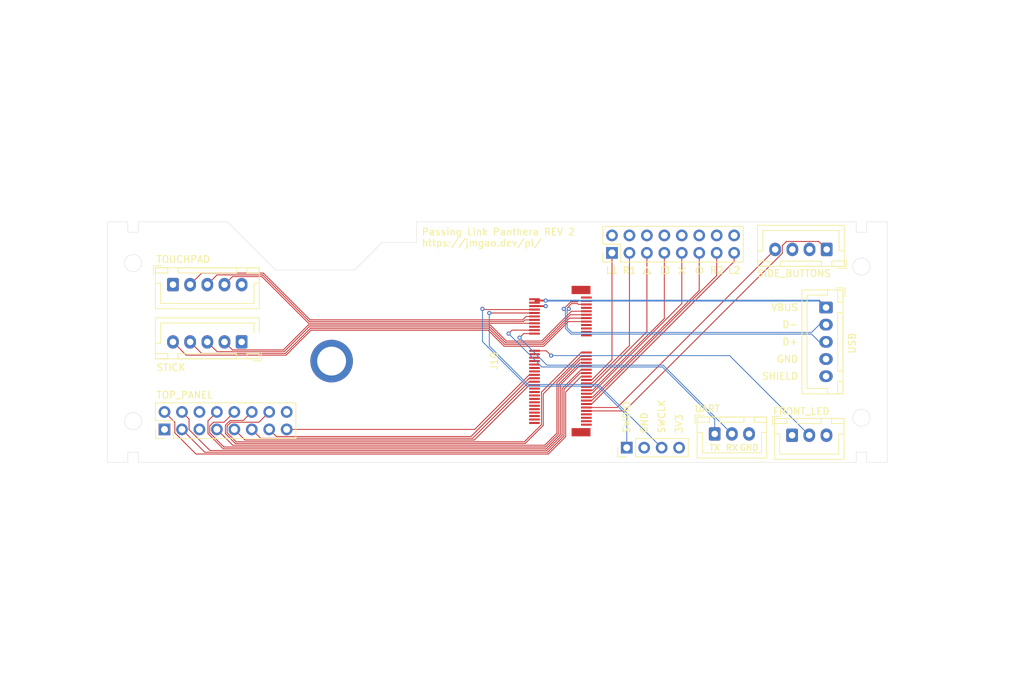
<source format=kicad_pcb>
(kicad_pcb (version 20171130) (host pcbnew 5.1.8-1)

  (general
    (thickness 0.8)
    (drawings 31)
    (tracks 228)
    (zones 0)
    (modules 10)
    (nets 68)
  )

  (page USLetter)
  (layers
    (0 F.Cu signal)
    (31 B.Cu signal)
    (32 B.Adhes user hide)
    (33 F.Adhes user hide)
    (34 B.Paste user hide)
    (35 F.Paste user)
    (36 B.SilkS user)
    (37 F.SilkS user)
    (38 B.Mask user hide)
    (39 F.Mask user hide)
    (40 Dwgs.User user hide)
    (41 Cmts.User user hide)
    (42 Eco1.User user hide)
    (43 Eco2.User user hide)
    (44 Edge.Cuts user)
    (45 Margin user hide)
    (46 B.CrtYd user)
    (47 F.CrtYd user)
    (48 B.Fab user hide)
    (49 F.Fab user hide)
  )

  (setup
    (last_trace_width 0.127)
    (trace_clearance 0.127)
    (zone_clearance 0.1524)
    (zone_45_only yes)
    (trace_min 0.127)
    (via_size 0.6)
    (via_drill 0.3)
    (via_min_size 0.6)
    (via_min_drill 0.3)
    (user_via 0.6 0.3)
    (uvia_size 0.3)
    (uvia_drill 0.1)
    (uvias_allowed no)
    (uvia_min_size 0.2)
    (uvia_min_drill 0.1)
    (edge_width 0.05)
    (segment_width 0.2)
    (pcb_text_width 0.3)
    (pcb_text_size 1.5 1.5)
    (mod_edge_width 0.12)
    (mod_text_size 1 1)
    (mod_text_width 0.15)
    (pad_size 1.1 1.1)
    (pad_drill 1.1)
    (pad_to_mask_clearance 0.051)
    (solder_mask_min_width 0.25)
    (aux_axis_origin 0 0)
    (visible_elements FFFFFF7F)
    (pcbplotparams
      (layerselection 0x010fc_ffffffff)
      (usegerberextensions false)
      (usegerberattributes false)
      (usegerberadvancedattributes false)
      (creategerberjobfile false)
      (excludeedgelayer true)
      (linewidth 0.100000)
      (plotframeref false)
      (viasonmask false)
      (mode 1)
      (useauxorigin false)
      (hpglpennumber 1)
      (hpglpenspeed 20)
      (hpglpendiameter 15.000000)
      (psnegative false)
      (psa4output false)
      (plotreference true)
      (plotvalue true)
      (plotinvisibletext false)
      (padsonsilk false)
      (subtractmaskfromsilk false)
      (outputformat 1)
      (mirror false)
      (drillshape 0)
      (scaleselection 1)
      (outputdirectory "./plots"))
  )

  (net 0 "")
  (net 1 +3V3)
  (net 2 GND)
  (net 3 USB_VBUS)
  (net 4 USB_D-)
  (net 5 USB_D+)
  (net 6 "Net-(J1-Pad5)")
  (net 7 /STICK_RIGHT)
  (net 8 /STICK_LEFT)
  (net 9 /STICK_UP)
  (net 10 /STICK_DOWN)
  (net 11 /BUTTON_L1)
  (net 12 /BUTTON_R1)
  (net 13 /BUTTON_TRIANGLE)
  (net 14 /BUTTON_SQUARE)
  (net 15 /BUTTON_CROSS)
  (net 16 /BUTTON_CIRCLE)
  (net 17 /BUTTON_R2)
  (net 18 /BUTTON_L2)
  (net 19 /BUTTON_PS4)
  (net 20 /MODE_LOCK)
  (net 21 /MODE_LS)
  (net 22 /MODE_RS)
  (net 23 /MODE_PS3)
  (net 24 /BUTTON_L3)
  (net 25 /BUTTON_R3)
  (net 26 /BUTTON_TOUCHPAD)
  (net 27 /UART_TX)
  (net 28 /UART_RX)
  (net 29 /BUTTON_SELECT)
  (net 30 /BUTTON_START)
  (net 31 /LED_FRONT_K)
  (net 32 /TP_SCL)
  (net 33 /TP_SDA)
  (net 34 /LED_P4_K)
  (net 35 /LED_P3_K)
  (net 36 /LED_P2_K)
  (net 37 /LED_P1_K)
  (net 38 /TP_RST)
  (net 39 "Net-(J7-Pad5)")
  (net 40 "Net-(J10-Pad75)")
  (net 41 "Net-(J10-Pad73)")
  (net 42 "Net-(J10-Pad71)")
  (net 43 "Net-(J10-Pad69)")
  (net 44 "Net-(J10-Pad74)")
  (net 45 "Net-(J10-Pad72)")
  (net 46 "Net-(J10-Pad70)")
  (net 47 "Net-(J10-Pad68)")
  (net 48 "Net-(J10-Pad66)")
  (net 49 "Net-(J10-Pad64)")
  (net 50 "Net-(J10-Pad62)")
  (net 51 "Net-(J10-Pad60)")
  (net 52 "Net-(J10-Pad58)")
  (net 53 "Net-(J10-Pad56)")
  (net 54 "Net-(J10-Pad54)")
  (net 55 "Net-(J10-Pad44)")
  (net 56 "Net-(J10-Pad42)")
  (net 57 "Net-(J10-Pad40)")
  (net 58 "Net-(J10-Pad17)")
  (net 59 "Net-(J10-Pad19)")
  (net 60 "Net-(J10-Pad21)")
  (net 61 "Net-(J10-Pad23)")
  (net 62 "Net-(J10-Pad18)")
  (net 63 "Net-(J10-Pad34)")
  (net 64 "Net-(J10-Pad36)")
  (net 65 "Net-(J10-Pad38)")
  (net 66 /SWCLK)
  (net 67 /SWDIO)

  (net_class Default "This is the default net class."
    (clearance 0.127)
    (trace_width 0.127)
    (via_dia 0.6)
    (via_drill 0.3)
    (uvia_dia 0.3)
    (uvia_drill 0.1)
    (diff_pair_width 0.2)
    (diff_pair_gap 0.127)
    (add_net /BUTTON_CIRCLE)
    (add_net /BUTTON_CROSS)
    (add_net /BUTTON_L1)
    (add_net /BUTTON_L2)
    (add_net /BUTTON_L3)
    (add_net /BUTTON_PS4)
    (add_net /BUTTON_R1)
    (add_net /BUTTON_R2)
    (add_net /BUTTON_R3)
    (add_net /BUTTON_SELECT)
    (add_net /BUTTON_SQUARE)
    (add_net /BUTTON_START)
    (add_net /BUTTON_TOUCHPAD)
    (add_net /BUTTON_TRIANGLE)
    (add_net /LED_FRONT_K)
    (add_net /LED_P1_K)
    (add_net /LED_P2_K)
    (add_net /LED_P3_K)
    (add_net /LED_P4_K)
    (add_net /MODE_LOCK)
    (add_net /MODE_LS)
    (add_net /MODE_PS3)
    (add_net /MODE_RS)
    (add_net /STICK_DOWN)
    (add_net /STICK_LEFT)
    (add_net /STICK_RIGHT)
    (add_net /STICK_UP)
    (add_net /SWCLK)
    (add_net /SWDIO)
    (add_net /TP_RST)
    (add_net /TP_SCL)
    (add_net /TP_SDA)
    (add_net /UART_RX)
    (add_net /UART_TX)
    (add_net GND)
    (add_net "Net-(J1-Pad5)")
    (add_net "Net-(J10-Pad17)")
    (add_net "Net-(J10-Pad18)")
    (add_net "Net-(J10-Pad19)")
    (add_net "Net-(J10-Pad21)")
    (add_net "Net-(J10-Pad23)")
    (add_net "Net-(J10-Pad34)")
    (add_net "Net-(J10-Pad36)")
    (add_net "Net-(J10-Pad38)")
    (add_net "Net-(J10-Pad40)")
    (add_net "Net-(J10-Pad42)")
    (add_net "Net-(J10-Pad44)")
    (add_net "Net-(J10-Pad54)")
    (add_net "Net-(J10-Pad56)")
    (add_net "Net-(J10-Pad58)")
    (add_net "Net-(J10-Pad60)")
    (add_net "Net-(J10-Pad62)")
    (add_net "Net-(J10-Pad64)")
    (add_net "Net-(J10-Pad66)")
    (add_net "Net-(J10-Pad68)")
    (add_net "Net-(J10-Pad69)")
    (add_net "Net-(J10-Pad70)")
    (add_net "Net-(J10-Pad71)")
    (add_net "Net-(J10-Pad72)")
    (add_net "Net-(J10-Pad73)")
    (add_net "Net-(J10-Pad74)")
    (add_net "Net-(J10-Pad75)")
    (add_net "Net-(J7-Pad5)")
  )

  (net_class Power ""
    (clearance 0.127)
    (trace_width 0.254)
    (via_dia 0.6)
    (via_drill 0.3)
    (uvia_dia 0.3)
    (uvia_drill 0.1)
    (diff_pair_width 0.2)
    (diff_pair_gap 0.127)
    (add_net +3V3)
    (add_net USB_VBUS)
  )

  (net_class USB ""
    (clearance 0.127)
    (trace_width 0.127)
    (via_dia 0.6)
    (via_drill 0.3)
    (uvia_dia 0.3)
    (uvia_drill 0.1)
    (diff_pair_width 0.127)
    (diff_pair_gap 0.127)
    (add_net USB_D+)
    (add_net USB_D-)
  )

  (module passinglink:PassingLink_Module (layer F.Cu) (tedit 6008FA57) (tstamp 6009C026)
    (at 174.2 95 270)
    (path /60109677)
    (fp_text reference J10 (at 0 5.08 270) (layer F.SilkS)
      (effects (font (size 1 1) (thickness 0.15)))
    )
    (fp_text value PassingLink_NGFF-E (at 0 2.54 270) (layer F.Fab)
      (effects (font (size 1 1) (thickness 0.15)))
    )
    (fp_line (start 11 28.75) (end 1.75 28.75) (layer F.CrtYd) (width 0.12))
    (fp_line (start -11 28.75) (end -1.75 28.75) (layer F.CrtYd) (width 0.12))
    (fp_line (start -11 -1.25) (end -11 28.75) (layer F.CrtYd) (width 0.12))
    (fp_line (start 11 -1.25) (end 11 28.75) (layer F.CrtYd) (width 0.12))
    (fp_arc (start 0 28.75) (end 1.75 28.75) (angle -180) (layer F.CrtYd) (width 0.12))
    (pad "" np_thru_hole circle (at 10 -3.05 270) (size 1.6 1.6) (drill 1.6) (layers *.Cu *.Mask))
    (pad "" np_thru_hole circle (at -10 -3.05 270) (size 1.1 1.1) (drill 1.1) (layers *.Cu *.Mask))
    (pad "" smd rect (at -10.35 -7.55 270) (size 1.2 2.75) (layers F.Cu F.Paste F.Mask))
    (pad "" smd rect (at 10.35 -7.55 270) (size 1.2 2.75) (layers F.Cu F.Paste F.Mask))
    (pad 38 smd rect (at 0 -0.775 270) (size 0.3 1.55) (layers F.Cu F.Paste F.Mask)
      (net 65 "Net-(J10-Pad38)"))
    (pad 36 smd rect (at -0.5 -0.775 270) (size 0.3 1.55) (layers F.Cu F.Paste F.Mask)
      (net 64 "Net-(J10-Pad36)"))
    (pad 34 smd rect (at -1 -0.775 270) (size 0.3 1.55) (layers F.Cu F.Paste F.Mask)
      (net 63 "Net-(J10-Pad34)"))
    (pad 32 smd rect (at -1.5 -0.775 270) (size 0.3 1.55) (layers F.Cu F.Paste F.Mask)
      (net 31 /LED_FRONT_K))
    (pad 22 smd rect (at -4 -0.775 270) (size 0.3 1.55) (layers F.Cu F.Paste F.Mask)
      (net 28 /UART_RX))
    (pad 20 smd rect (at -4.5 -0.775 270) (size 0.3 1.55) (layers F.Cu F.Paste F.Mask)
      (net 27 /UART_TX))
    (pad 18 smd rect (at -5 -0.775 270) (size 0.3 1.55) (layers F.Cu F.Paste F.Mask)
      (net 62 "Net-(J10-Pad18)"))
    (pad 16 smd rect (at -5.5 -0.775 270) (size 0.3 1.55) (layers F.Cu F.Paste F.Mask)
      (net 38 /TP_RST))
    (pad 14 smd rect (at -6 -0.775 270) (size 0.3 1.55) (layers F.Cu F.Paste F.Mask)
      (net 33 /TP_SDA))
    (pad 12 smd rect (at -6.5 -0.775 270) (size 0.3 1.55) (layers F.Cu F.Paste F.Mask)
      (net 32 /TP_SCL))
    (pad 10 smd rect (at -7 -0.775 270) (size 0.3 1.55) (layers F.Cu F.Paste F.Mask)
      (net 66 /SWCLK))
    (pad 8 smd rect (at -7.5 -0.775 270) (size 0.3 1.55) (layers F.Cu F.Paste F.Mask)
      (net 67 /SWDIO))
    (pad 6 smd rect (at -8 -0.775 270) (size 0.3 1.55) (layers F.Cu F.Paste F.Mask)
      (net 1 +3V3))
    (pad 4 smd rect (at -8.5 -0.775 270) (size 0.3 1.55) (layers F.Cu F.Paste F.Mask)
      (net 3 USB_VBUS))
    (pad 2 smd rect (at -9 -0.775 270) (size 0.3 1.55) (layers F.Cu F.Paste F.Mask)
      (net 3 USB_VBUS))
    (pad 39 smd rect (at 0.25 -8.325 270) (size 0.3 1.55) (layers F.Cu F.Paste F.Mask)
      (net 21 /MODE_LS))
    (pad 37 smd rect (at -0.25 -8.325 270) (size 0.3 1.55) (layers F.Cu F.Paste F.Mask)
      (net 23 /MODE_PS3))
    (pad 35 smd rect (at -0.75 -8.325 270) (size 0.3 1.55) (layers F.Cu F.Paste F.Mask)
      (net 20 /MODE_LOCK))
    (pad 33 smd rect (at -1.25 -8.325 270) (size 0.3 1.55) (layers F.Cu F.Paste F.Mask)
      (net 19 /BUTTON_PS4))
    (pad 23 smd rect (at -3.75 -8.325 270) (size 0.3 1.55) (layers F.Cu F.Paste F.Mask)
      (net 61 "Net-(J10-Pad23)"))
    (pad 21 smd rect (at -4.25 -8.325 270) (size 0.3 1.55) (layers F.Cu F.Paste F.Mask)
      (net 60 "Net-(J10-Pad21)"))
    (pad 19 smd rect (at -4.75 -8.325 270) (size 0.3 1.55) (layers F.Cu F.Paste F.Mask)
      (net 59 "Net-(J10-Pad19)"))
    (pad 17 smd rect (at -5.25 -8.325 270) (size 0.3 1.55) (layers F.Cu F.Paste F.Mask)
      (net 58 "Net-(J10-Pad17)"))
    (pad 15 smd rect (at -5.75 -8.325 270) (size 0.3 1.55) (layers F.Cu F.Paste F.Mask)
      (net 10 /STICK_DOWN))
    (pad 13 smd rect (at -6.25 -8.325 270) (size 0.3 1.55) (layers F.Cu F.Paste F.Mask)
      (net 9 /STICK_UP))
    (pad 11 smd rect (at -6.75 -8.325 270) (size 0.3 1.55) (layers F.Cu F.Paste F.Mask)
      (net 8 /STICK_LEFT))
    (pad 9 smd rect (at -7.25 -8.325 270) (size 0.3 1.55) (layers F.Cu F.Paste F.Mask)
      (net 7 /STICK_RIGHT))
    (pad 7 smd rect (at -7.75 -8.325 270) (size 0.3 1.55) (layers F.Cu F.Paste F.Mask)
      (net 2 GND))
    (pad 5 smd rect (at -8.25 -8.325 270) (size 0.3 1.55) (layers F.Cu F.Paste F.Mask)
      (net 4 USB_D-))
    (pad 3 smd rect (at -8.75 -8.325 270) (size 0.3 1.55) (layers F.Cu F.Paste F.Mask)
      (net 5 USB_D+))
    (pad 1 smd rect (at -9.25 -8.325 270) (size 0.3 1.55) (layers F.Cu F.Paste F.Mask)
      (net 2 GND))
    (pad 40 smd rect (at 0.5 -0.775 270) (size 0.3 1.55) (layers F.Cu F.Paste F.Mask)
      (net 57 "Net-(J10-Pad40)"))
    (pad 42 smd rect (at 1 -0.775 270) (size 0.3 1.55) (layers F.Cu F.Paste F.Mask)
      (net 56 "Net-(J10-Pad42)"))
    (pad 44 smd rect (at 1.5 -0.775 270) (size 0.3 1.55) (layers F.Cu F.Paste F.Mask)
      (net 55 "Net-(J10-Pad44)"))
    (pad 46 smd rect (at 2 -0.775 270) (size 0.3 1.55) (layers F.Cu F.Paste F.Mask)
      (net 37 /LED_P1_K))
    (pad 48 smd rect (at 2.5 -0.775 270) (size 0.3 1.55) (layers F.Cu F.Paste F.Mask)
      (net 36 /LED_P2_K))
    (pad 50 smd rect (at 3 -0.775 270) (size 0.3 1.55) (layers F.Cu F.Paste F.Mask)
      (net 35 /LED_P3_K))
    (pad 52 smd rect (at 3.5 -0.775 270) (size 0.3 1.55) (layers F.Cu F.Paste F.Mask)
      (net 34 /LED_P4_K))
    (pad 54 smd rect (at 4 -0.775 270) (size 0.3 1.55) (layers F.Cu F.Paste F.Mask)
      (net 54 "Net-(J10-Pad54)"))
    (pad 56 smd rect (at 4.5 -0.775 270) (size 0.3 1.55) (layers F.Cu F.Paste F.Mask)
      (net 53 "Net-(J10-Pad56)"))
    (pad 58 smd rect (at 5 -0.775 270) (size 0.3 1.55) (layers F.Cu F.Paste F.Mask)
      (net 52 "Net-(J10-Pad58)"))
    (pad 60 smd rect (at 5.5 -0.775 270) (size 0.3 1.55) (layers F.Cu F.Paste F.Mask)
      (net 51 "Net-(J10-Pad60)"))
    (pad 62 smd rect (at 6 -0.775 270) (size 0.3 1.55) (layers F.Cu F.Paste F.Mask)
      (net 50 "Net-(J10-Pad62)"))
    (pad 64 smd rect (at 6.5 -0.775 270) (size 0.3 1.55) (layers F.Cu F.Paste F.Mask)
      (net 49 "Net-(J10-Pad64)"))
    (pad 66 smd rect (at 7 -0.775 270) (size 0.3 1.55) (layers F.Cu F.Paste F.Mask)
      (net 48 "Net-(J10-Pad66)"))
    (pad 68 smd rect (at 7.5 -0.775 270) (size 0.3 1.55) (layers F.Cu F.Paste F.Mask)
      (net 47 "Net-(J10-Pad68)"))
    (pad 70 smd rect (at 8 -0.775 270) (size 0.3 1.55) (layers F.Cu F.Paste F.Mask)
      (net 46 "Net-(J10-Pad70)"))
    (pad 72 smd rect (at 8.5 -0.775 270) (size 0.3 1.55) (layers F.Cu F.Paste F.Mask)
      (net 45 "Net-(J10-Pad72)"))
    (pad 74 smd rect (at 9 -0.775 270) (size 0.3 1.55) (layers F.Cu F.Paste F.Mask)
      (net 44 "Net-(J10-Pad74)"))
    (pad 41 smd rect (at 0.75 -8.325 270) (size 0.3 1.55) (layers F.Cu F.Paste F.Mask)
      (net 22 /MODE_RS))
    (pad 43 smd rect (at 1.25 -8.325 270) (size 0.3 1.55) (layers F.Cu F.Paste F.Mask)
      (net 24 /BUTTON_L3))
    (pad 45 smd rect (at 1.75 -8.325 270) (size 0.3 1.55) (layers F.Cu F.Paste F.Mask)
      (net 25 /BUTTON_R3))
    (pad 47 smd rect (at 2.25 -8.325 270) (size 0.3 1.55) (layers F.Cu F.Paste F.Mask)
      (net 26 /BUTTON_TOUCHPAD))
    (pad 49 smd rect (at 2.75 -8.325 270) (size 0.3 1.55) (layers F.Cu F.Paste F.Mask)
      (net 11 /BUTTON_L1))
    (pad 51 smd rect (at 3.25 -8.325 270) (size 0.3 1.55) (layers F.Cu F.Paste F.Mask)
      (net 12 /BUTTON_R1))
    (pad 53 smd rect (at 3.75 -8.325 270) (size 0.3 1.55) (layers F.Cu F.Paste F.Mask)
      (net 13 /BUTTON_TRIANGLE))
    (pad 55 smd rect (at 4.25 -8.325 270) (size 0.3 1.55) (layers F.Cu F.Paste F.Mask)
      (net 14 /BUTTON_SQUARE))
    (pad 57 smd rect (at 4.75 -8.325 270) (size 0.3 1.55) (layers F.Cu F.Paste F.Mask)
      (net 15 /BUTTON_CROSS))
    (pad 59 smd rect (at 5.25 -8.325 270) (size 0.3 1.55) (layers F.Cu F.Paste F.Mask)
      (net 16 /BUTTON_CIRCLE))
    (pad 61 smd rect (at 5.75 -8.325 270) (size 0.3 1.55) (layers F.Cu F.Paste F.Mask)
      (net 17 /BUTTON_R2))
    (pad 63 smd rect (at 6.25 -8.325 270) (size 0.3 1.55) (layers F.Cu F.Paste F.Mask)
      (net 18 /BUTTON_L2))
    (pad 65 smd rect (at 6.75 -8.325 270) (size 0.3 1.55) (layers F.Cu F.Paste F.Mask)
      (net 29 /BUTTON_SELECT))
    (pad 67 smd rect (at 7.25 -8.325 270) (size 0.3 1.55) (layers F.Cu F.Paste F.Mask)
      (net 30 /BUTTON_START))
    (pad 69 smd rect (at 7.75 -8.325 270) (size 0.3 1.55) (layers F.Cu F.Paste F.Mask)
      (net 43 "Net-(J10-Pad69)"))
    (pad 71 smd rect (at 8.25 -8.325 270) (size 0.3 1.55) (layers F.Cu F.Paste F.Mask)
      (net 42 "Net-(J10-Pad71)"))
    (pad 73 smd rect (at 8.75 -8.325 270) (size 0.3 1.55) (layers F.Cu F.Paste F.Mask)
      (net 41 "Net-(J10-Pad73)"))
    (pad 75 smd rect (at 9.25 -8.325 270) (size 0.3 1.55) (layers F.Cu F.Paste F.Mask)
      (net 40 "Net-(J10-Pad75)"))
    (pad "" thru_hole circle (at 0 28.75 270) (size 6.2 6.2) (drill 4.2) (layers *.Cu *.Mask F.Paste)
      (net 2 GND))
  )

  (module Connector_JST:JST_XH_B4B-XH-A_1x04_P2.50mm_Vertical (layer F.Cu) (tedit 5C28146C) (tstamp 5D66783B)
    (at 217.5 78.75 180)
    (descr "JST XH series connector, B4B-XH-A (http://www.jst-mfg.com/product/pdf/eng/eXH.pdf), generated with kicad-footprint-generator")
    (tags "connector JST XH vertical")
    (path /5D965FCE)
    (fp_text reference J12 (at 3.75 -3.55) (layer F.SilkS) hide
      (effects (font (size 1 1) (thickness 0.15)))
    )
    (fp_text value Conn_01x04 (at 3.75 4.6) (layer F.Fab) hide
      (effects (font (size 1 1) (thickness 0.15)))
    )
    (fp_line (start -2.45 -2.35) (end -2.45 3.4) (layer F.Fab) (width 0.1))
    (fp_line (start -2.45 3.4) (end 9.95 3.4) (layer F.Fab) (width 0.1))
    (fp_line (start 9.95 3.4) (end 9.95 -2.35) (layer F.Fab) (width 0.1))
    (fp_line (start 9.95 -2.35) (end -2.45 -2.35) (layer F.Fab) (width 0.1))
    (fp_line (start -2.56 -2.46) (end -2.56 3.51) (layer F.SilkS) (width 0.12))
    (fp_line (start -2.56 3.51) (end 10.06 3.51) (layer F.SilkS) (width 0.12))
    (fp_line (start 10.06 3.51) (end 10.06 -2.46) (layer F.SilkS) (width 0.12))
    (fp_line (start 10.06 -2.46) (end -2.56 -2.46) (layer F.SilkS) (width 0.12))
    (fp_line (start -2.95 -2.85) (end -2.95 3.9) (layer F.CrtYd) (width 0.05))
    (fp_line (start -2.95 3.9) (end 10.45 3.9) (layer F.CrtYd) (width 0.05))
    (fp_line (start 10.45 3.9) (end 10.45 -2.85) (layer F.CrtYd) (width 0.05))
    (fp_line (start 10.45 -2.85) (end -2.95 -2.85) (layer F.CrtYd) (width 0.05))
    (fp_line (start -0.625 -2.35) (end 0 -1.35) (layer F.Fab) (width 0.1))
    (fp_line (start 0 -1.35) (end 0.625 -2.35) (layer F.Fab) (width 0.1))
    (fp_line (start 0.75 -2.45) (end 0.75 -1.7) (layer F.SilkS) (width 0.12))
    (fp_line (start 0.75 -1.7) (end 6.75 -1.7) (layer F.SilkS) (width 0.12))
    (fp_line (start 6.75 -1.7) (end 6.75 -2.45) (layer F.SilkS) (width 0.12))
    (fp_line (start 6.75 -2.45) (end 0.75 -2.45) (layer F.SilkS) (width 0.12))
    (fp_line (start -2.55 -2.45) (end -2.55 -1.7) (layer F.SilkS) (width 0.12))
    (fp_line (start -2.55 -1.7) (end -0.75 -1.7) (layer F.SilkS) (width 0.12))
    (fp_line (start -0.75 -1.7) (end -0.75 -2.45) (layer F.SilkS) (width 0.12))
    (fp_line (start -0.75 -2.45) (end -2.55 -2.45) (layer F.SilkS) (width 0.12))
    (fp_line (start 8.25 -2.45) (end 8.25 -1.7) (layer F.SilkS) (width 0.12))
    (fp_line (start 8.25 -1.7) (end 10.05 -1.7) (layer F.SilkS) (width 0.12))
    (fp_line (start 10.05 -1.7) (end 10.05 -2.45) (layer F.SilkS) (width 0.12))
    (fp_line (start 10.05 -2.45) (end 8.25 -2.45) (layer F.SilkS) (width 0.12))
    (fp_line (start -2.55 -0.2) (end -1.8 -0.2) (layer F.SilkS) (width 0.12))
    (fp_line (start -1.8 -0.2) (end -1.8 2.75) (layer F.SilkS) (width 0.12))
    (fp_line (start -1.8 2.75) (end 3.75 2.75) (layer F.SilkS) (width 0.12))
    (fp_line (start 10.05 -0.2) (end 9.3 -0.2) (layer F.SilkS) (width 0.12))
    (fp_line (start 9.3 -0.2) (end 9.3 2.75) (layer F.SilkS) (width 0.12))
    (fp_line (start 9.3 2.75) (end 3.75 2.75) (layer F.SilkS) (width 0.12))
    (fp_line (start -1.6 -2.75) (end -2.85 -2.75) (layer F.SilkS) (width 0.12))
    (fp_line (start -2.85 -2.75) (end -2.85 -1.5) (layer F.SilkS) (width 0.12))
    (fp_text user %R (at 3.75 2.7) (layer F.Fab)
      (effects (font (size 1 1) (thickness 0.15)))
    )
    (fp_text user SIDE_BUTTONS (at 4.75 -3.5 180) (layer F.SilkS)
      (effects (font (size 1 1) (thickness 0.15)))
    )
    (pad 4 thru_hole oval (at 7.5 0 180) (size 1.7 1.95) (drill 0.95) (layers *.Cu *.Mask)
      (net 29 /BUTTON_SELECT))
    (pad 3 thru_hole oval (at 5 0 180) (size 1.7 1.95) (drill 0.95) (layers *.Cu *.Mask)
      (net 2 GND))
    (pad 2 thru_hole oval (at 2.5 0 180) (size 1.7 1.95) (drill 0.95) (layers *.Cu *.Mask)
      (net 2 GND))
    (pad 1 thru_hole roundrect (at 0 0 180) (size 1.7 1.95) (drill 0.95) (layers *.Cu *.Mask) (roundrect_rratio 0.147059)
      (net 30 /BUTTON_START))
    (model ${KISYS3DMOD}/Connector_JST.3dshapes/JST_XH_B4B-XH-A_1x04_P2.50mm_Vertical.wrl
      (at (xyz 0 0 0))
      (scale (xyz 1 1 1))
      (rotate (xyz 0 0 0))
    )
  )

  (module Connector_PinHeader_2.54mm:PinHeader_2x08_P2.54mm_Vertical (layer F.Cu) (tedit 59FED5CC) (tstamp 5D6678FB)
    (at 186.25 79.25 90)
    (descr "Through hole straight pin header, 2x08, 2.54mm pitch, double rows")
    (tags "Through hole pin header THT 2x08 2.54mm double row")
    (path /5D95F04E)
    (fp_text reference J6 (at 1.27 -2.33 90) (layer F.SilkS) hide
      (effects (font (size 1 1) (thickness 0.15)))
    )
    (fp_text value Conn_02x08_Odd_Even (at 1.27 20.11 90) (layer F.Fab) hide
      (effects (font (size 1 1) (thickness 0.15)))
    )
    (fp_line (start 4.35 -1.8) (end -1.8 -1.8) (layer F.CrtYd) (width 0.05))
    (fp_line (start 4.35 19.55) (end 4.35 -1.8) (layer F.CrtYd) (width 0.05))
    (fp_line (start -1.8 19.55) (end 4.35 19.55) (layer F.CrtYd) (width 0.05))
    (fp_line (start -1.8 -1.8) (end -1.8 19.55) (layer F.CrtYd) (width 0.05))
    (fp_line (start -1.33 -1.33) (end 0 -1.33) (layer F.SilkS) (width 0.12))
    (fp_line (start -1.33 0) (end -1.33 -1.33) (layer F.SilkS) (width 0.12))
    (fp_line (start 1.27 -1.33) (end 3.87 -1.33) (layer F.SilkS) (width 0.12))
    (fp_line (start 1.27 1.27) (end 1.27 -1.33) (layer F.SilkS) (width 0.12))
    (fp_line (start -1.33 1.27) (end 1.27 1.27) (layer F.SilkS) (width 0.12))
    (fp_line (start 3.87 -1.33) (end 3.87 19.11) (layer F.SilkS) (width 0.12))
    (fp_line (start -1.33 1.27) (end -1.33 19.11) (layer F.SilkS) (width 0.12))
    (fp_line (start -1.33 19.11) (end 3.87 19.11) (layer F.SilkS) (width 0.12))
    (fp_line (start -1.27 0) (end 0 -1.27) (layer F.Fab) (width 0.1))
    (fp_line (start -1.27 19.05) (end -1.27 0) (layer F.Fab) (width 0.1))
    (fp_line (start 3.81 19.05) (end -1.27 19.05) (layer F.Fab) (width 0.1))
    (fp_line (start 3.81 -1.27) (end 3.81 19.05) (layer F.Fab) (width 0.1))
    (fp_line (start 0 -1.27) (end 3.81 -1.27) (layer F.Fab) (width 0.1))
    (fp_text user %R (at 1.27 8.89) (layer F.Fab)
      (effects (font (size 1 1) (thickness 0.15)))
    )
    (fp_text user L1 (at -2.54 0 180) (layer F.SilkS)
      (effects (font (size 1 1) (thickness 0.15)))
    )
    (fp_text user R1 (at -2.54 2.54 180) (layer F.SilkS)
      (effects (font (size 1 1) (thickness 0.15)))
    )
    (fp_text user △ (at -2.445 5.08 180) (layer F.SilkS)
      (effects (font (size 1.25 1.25) (thickness 0.15)))
    )
    (fp_text user □ (at -2.54 7.62 90) (layer F.SilkS)
      (effects (font (size 1.25 1.25) (thickness 0.15)))
    )
    (fp_text user × (at -2.445 10.165 180) (layer F.SilkS)
      (effects (font (size 1.625 1.625) (thickness 0.15)))
    )
    (fp_text user ○ (at -2.535 12.625 90) (layer F.SilkS)
      (effects (font (size 1.25 1.25) (thickness 0.15)))
    )
    (fp_text user R2 (at -2.54 15.24 180) (layer F.SilkS)
      (effects (font (size 1 1) (thickness 0.15)))
    )
    (fp_text user L2 (at -2.54 17.78 180) (layer F.SilkS)
      (effects (font (size 1 1) (thickness 0.15)))
    )
    (pad 1 thru_hole rect (at 0 0 90) (size 1.7 1.7) (drill 1) (layers *.Cu *.Mask)
      (net 11 /BUTTON_L1))
    (pad 2 thru_hole oval (at 2.54 0 90) (size 1.7 1.7) (drill 1) (layers *.Cu *.Mask)
      (net 2 GND))
    (pad 3 thru_hole oval (at 0 2.54 90) (size 1.7 1.7) (drill 1) (layers *.Cu *.Mask)
      (net 12 /BUTTON_R1))
    (pad 4 thru_hole oval (at 2.54 2.54 90) (size 1.7 1.7) (drill 1) (layers *.Cu *.Mask)
      (net 2 GND))
    (pad 5 thru_hole oval (at 0 5.08 90) (size 1.7 1.7) (drill 1) (layers *.Cu *.Mask)
      (net 13 /BUTTON_TRIANGLE))
    (pad 6 thru_hole oval (at 2.54 5.08 90) (size 1.7 1.7) (drill 1) (layers *.Cu *.Mask)
      (net 2 GND))
    (pad 7 thru_hole oval (at 0 7.62 90) (size 1.7 1.7) (drill 1) (layers *.Cu *.Mask)
      (net 14 /BUTTON_SQUARE))
    (pad 8 thru_hole oval (at 2.54 7.62 90) (size 1.7 1.7) (drill 1) (layers *.Cu *.Mask)
      (net 2 GND))
    (pad 9 thru_hole oval (at 0 10.16 90) (size 1.7 1.7) (drill 1) (layers *.Cu *.Mask)
      (net 15 /BUTTON_CROSS))
    (pad 10 thru_hole oval (at 2.54 10.16 90) (size 1.7 1.7) (drill 1) (layers *.Cu *.Mask)
      (net 2 GND))
    (pad 11 thru_hole oval (at 0 12.7 90) (size 1.7 1.7) (drill 1) (layers *.Cu *.Mask)
      (net 16 /BUTTON_CIRCLE))
    (pad 12 thru_hole oval (at 2.54 12.7 90) (size 1.7 1.7) (drill 1) (layers *.Cu *.Mask)
      (net 2 GND))
    (pad 13 thru_hole oval (at 0 15.24 90) (size 1.7 1.7) (drill 1) (layers *.Cu *.Mask)
      (net 17 /BUTTON_R2))
    (pad 14 thru_hole oval (at 2.54 15.24 90) (size 1.7 1.7) (drill 1) (layers *.Cu *.Mask)
      (net 2 GND))
    (pad 15 thru_hole oval (at 0 17.78 90) (size 1.7 1.7) (drill 1) (layers *.Cu *.Mask)
      (net 18 /BUTTON_L2))
    (pad 16 thru_hole oval (at 2.54 17.78 90) (size 1.7 1.7) (drill 1) (layers *.Cu *.Mask)
      (net 2 GND))
    (model ${KISYS3DMOD}/Connector_PinHeader_2.54mm.3dshapes/PinHeader_2x08_P2.54mm_Vertical.wrl
      (at (xyz 0 0 0))
      (scale (xyz 1 1 1))
      (rotate (xyz 0 0 0))
    )
  )

  (module Connector_PinHeader_2.54mm:PinHeader_1x04_P2.54mm_Vertical (layer F.Cu) (tedit 59FED5CC) (tstamp 5D5FB6A0)
    (at 188.4 107.6 90)
    (descr "Through hole straight pin header, 1x04, 2.54mm pitch, single row")
    (tags "Through hole pin header THT 1x04 2.54mm single row")
    (path /5D7844C7)
    (fp_text reference J2 (at 0 -2.33 90) (layer F.SilkS) hide
      (effects (font (size 1 1) (thickness 0.15)))
    )
    (fp_text value Conn_01x04 (at 0 9.95 90) (layer F.Fab)
      (effects (font (size 1 1) (thickness 0.15)))
    )
    (fp_line (start -0.635 -1.27) (end 1.27 -1.27) (layer F.Fab) (width 0.1))
    (fp_line (start 1.27 -1.27) (end 1.27 8.89) (layer F.Fab) (width 0.1))
    (fp_line (start 1.27 8.89) (end -1.27 8.89) (layer F.Fab) (width 0.1))
    (fp_line (start -1.27 8.89) (end -1.27 -0.635) (layer F.Fab) (width 0.1))
    (fp_line (start -1.27 -0.635) (end -0.635 -1.27) (layer F.Fab) (width 0.1))
    (fp_line (start -1.33 8.95) (end 1.33 8.95) (layer F.SilkS) (width 0.12))
    (fp_line (start -1.33 1.27) (end -1.33 8.95) (layer F.SilkS) (width 0.12))
    (fp_line (start 1.33 1.27) (end 1.33 8.95) (layer F.SilkS) (width 0.12))
    (fp_line (start -1.33 1.27) (end 1.33 1.27) (layer F.SilkS) (width 0.12))
    (fp_line (start -1.33 0) (end -1.33 -1.33) (layer F.SilkS) (width 0.12))
    (fp_line (start -1.33 -1.33) (end 0 -1.33) (layer F.SilkS) (width 0.12))
    (fp_line (start -1.8 -1.8) (end -1.8 9.4) (layer F.CrtYd) (width 0.05))
    (fp_line (start -1.8 9.4) (end 1.8 9.4) (layer F.CrtYd) (width 0.05))
    (fp_line (start 1.8 9.4) (end 1.8 -1.8) (layer F.CrtYd) (width 0.05))
    (fp_line (start 1.8 -1.8) (end -1.8 -1.8) (layer F.CrtYd) (width 0.05))
    (fp_text user %R (at 0 3.81) (layer F.Fab)
      (effects (font (size 1 1) (thickness 0.15)))
    )
    (fp_text user SWDIO (at 2 0 90) (layer F.SilkS)
      (effects (font (size 1 1) (thickness 0.15)) (justify left))
    )
    (fp_text user GND (at 2 2.54 90) (layer F.SilkS)
      (effects (font (size 1 1) (thickness 0.15)) (justify left))
    )
    (fp_text user SWCLK (at 2 5.08 90) (layer F.SilkS)
      (effects (font (size 1 1) (thickness 0.15)) (justify left))
    )
    (fp_text user 3V3 (at 2 7.62 90) (layer F.SilkS)
      (effects (font (size 1 1) (thickness 0.15)) (justify left))
    )
    (pad 4 thru_hole oval (at 0 7.62 90) (size 1.7 1.7) (drill 1) (layers *.Cu *.Mask)
      (net 1 +3V3))
    (pad 3 thru_hole oval (at 0 5.08 90) (size 1.7 1.7) (drill 1) (layers *.Cu *.Mask)
      (net 66 /SWCLK))
    (pad 2 thru_hole oval (at 0 2.54 90) (size 1.7 1.7) (drill 1) (layers *.Cu *.Mask)
      (net 2 GND))
    (pad 1 thru_hole rect (at 0 0 90) (size 1.7 1.7) (drill 1) (layers *.Cu *.Mask)
      (net 67 /SWDIO))
    (model ${KISYS3DMOD}/Connector_PinHeader_2.54mm.3dshapes/PinHeader_1x04_P2.54mm_Vertical.wrl
      (at (xyz 0 0 0))
      (scale (xyz 1 1 1))
      (rotate (xyz 0 0 0))
    )
  )

  (module Connector_JST:JST_XH_B3B-XH-A_1x03_P2.50mm_Vertical (layer F.Cu) (tedit 5C28146C) (tstamp 6009D77D)
    (at 201.2 105.6)
    (descr "JST XH series connector, B3B-XH-A (http://www.jst-mfg.com/product/pdf/eng/eXH.pdf), generated with kicad-footprint-generator")
    (tags "connector JST XH vertical")
    (path /5D8CE122)
    (fp_text reference J9 (at 2.5 -3.55) (layer F.SilkS) hide
      (effects (font (size 1 1) (thickness 0.15)))
    )
    (fp_text value Conn_01x03 (at 2.5 4.6) (layer F.Fab) hide
      (effects (font (size 1 1) (thickness 0.15)))
    )
    (fp_line (start -2.85 -2.75) (end -2.85 -1.5) (layer F.SilkS) (width 0.12))
    (fp_line (start -1.6 -2.75) (end -2.85 -2.75) (layer F.SilkS) (width 0.12))
    (fp_line (start 6.8 2.75) (end 2.5 2.75) (layer F.SilkS) (width 0.12))
    (fp_line (start 6.8 -0.2) (end 6.8 2.75) (layer F.SilkS) (width 0.12))
    (fp_line (start 7.55 -0.2) (end 6.8 -0.2) (layer F.SilkS) (width 0.12))
    (fp_line (start -1.8 2.75) (end 2.5 2.75) (layer F.SilkS) (width 0.12))
    (fp_line (start -1.8 -0.2) (end -1.8 2.75) (layer F.SilkS) (width 0.12))
    (fp_line (start -2.55 -0.2) (end -1.8 -0.2) (layer F.SilkS) (width 0.12))
    (fp_line (start 7.55 -2.45) (end 5.75 -2.45) (layer F.SilkS) (width 0.12))
    (fp_line (start 7.55 -1.7) (end 7.55 -2.45) (layer F.SilkS) (width 0.12))
    (fp_line (start 5.75 -1.7) (end 7.55 -1.7) (layer F.SilkS) (width 0.12))
    (fp_line (start 5.75 -2.45) (end 5.75 -1.7) (layer F.SilkS) (width 0.12))
    (fp_line (start -0.75 -2.45) (end -2.55 -2.45) (layer F.SilkS) (width 0.12))
    (fp_line (start -0.75 -1.7) (end -0.75 -2.45) (layer F.SilkS) (width 0.12))
    (fp_line (start -2.55 -1.7) (end -0.75 -1.7) (layer F.SilkS) (width 0.12))
    (fp_line (start -2.55 -2.45) (end -2.55 -1.7) (layer F.SilkS) (width 0.12))
    (fp_line (start 4.25 -2.45) (end 0.75 -2.45) (layer F.SilkS) (width 0.12))
    (fp_line (start 4.25 -1.7) (end 4.25 -2.45) (layer F.SilkS) (width 0.12))
    (fp_line (start 0.75 -1.7) (end 4.25 -1.7) (layer F.SilkS) (width 0.12))
    (fp_line (start 0.75 -2.45) (end 0.75 -1.7) (layer F.SilkS) (width 0.12))
    (fp_line (start 0 -1.35) (end 0.625 -2.35) (layer F.Fab) (width 0.1))
    (fp_line (start -0.625 -2.35) (end 0 -1.35) (layer F.Fab) (width 0.1))
    (fp_line (start 7.95 -2.85) (end -2.95 -2.85) (layer F.CrtYd) (width 0.05))
    (fp_line (start 7.95 3.9) (end 7.95 -2.85) (layer F.CrtYd) (width 0.05))
    (fp_line (start -2.95 3.9) (end 7.95 3.9) (layer F.CrtYd) (width 0.05))
    (fp_line (start -2.95 -2.85) (end -2.95 3.9) (layer F.CrtYd) (width 0.05))
    (fp_line (start 7.56 -2.46) (end -2.56 -2.46) (layer F.SilkS) (width 0.12))
    (fp_line (start 7.56 3.51) (end 7.56 -2.46) (layer F.SilkS) (width 0.12))
    (fp_line (start -2.56 3.51) (end 7.56 3.51) (layer F.SilkS) (width 0.12))
    (fp_line (start -2.56 -2.46) (end -2.56 3.51) (layer F.SilkS) (width 0.12))
    (fp_line (start 7.45 -2.35) (end -2.45 -2.35) (layer F.Fab) (width 0.1))
    (fp_line (start 7.45 3.4) (end 7.45 -2.35) (layer F.Fab) (width 0.1))
    (fp_line (start -2.45 3.4) (end 7.45 3.4) (layer F.Fab) (width 0.1))
    (fp_line (start -2.45 -2.35) (end -2.45 3.4) (layer F.Fab) (width 0.1))
    (fp_text user %R (at 2.5 2.7) (layer F.Fab)
      (effects (font (size 1 1) (thickness 0.15)))
    )
    (fp_text user UART (at -1.07 -3.66) (layer F.SilkS)
      (effects (font (size 1 1) (thickness 0.15)))
    )
    (fp_text user TX (at 0 2) (layer F.SilkS)
      (effects (font (size 0.9 0.9) (thickness 0.15)))
    )
    (fp_text user RX (at 2.5 2) (layer F.SilkS)
      (effects (font (size 0.9 0.9) (thickness 0.15)))
    )
    (fp_text user GND (at 5 2) (layer F.SilkS)
      (effects (font (size 0.9 0.9) (thickness 0.15)))
    )
    (pad 1 thru_hole roundrect (at 0 0) (size 1.7 1.95) (drill 0.95) (layers *.Cu *.Mask) (roundrect_rratio 0.147059)
      (net 27 /UART_TX))
    (pad 2 thru_hole oval (at 2.5 0) (size 1.7 1.95) (drill 0.95) (layers *.Cu *.Mask)
      (net 28 /UART_RX))
    (pad 3 thru_hole oval (at 5 0) (size 1.7 1.95) (drill 0.95) (layers *.Cu *.Mask)
      (net 2 GND))
    (model ${KISYS3DMOD}/Connector_JST.3dshapes/JST_XH_B3B-XH-A_1x03_P2.50mm_Vertical.wrl
      (at (xyz 0 0 0))
      (scale (xyz 1 1 1))
      (rotate (xyz 0 0 0))
    )
  )

  (module Connector_PinHeader_2.54mm:PinHeader_2x08_P2.54mm_Vertical (layer F.Cu) (tedit 59FED5CC) (tstamp 5D5FDB0F)
    (at 121.13 104.94 90)
    (descr "Through hole straight pin header, 2x08, 2.54mm pitch, double rows")
    (tags "Through hole pin header THT 2x08 2.54mm double row")
    (path /5D9627BB)
    (fp_text reference J7 (at 1.31 20.56 180) (layer F.SilkS) hide
      (effects (font (size 1 1) (thickness 0.15)))
    )
    (fp_text value Conn_02x08_Odd_Even (at 1.27 20.11 90) (layer F.Fab) hide
      (effects (font (size 1 1) (thickness 0.15)))
    )
    (fp_line (start 0 -1.27) (end 3.81 -1.27) (layer F.Fab) (width 0.1))
    (fp_line (start 3.81 -1.27) (end 3.81 19.05) (layer F.Fab) (width 0.1))
    (fp_line (start 3.81 19.05) (end -1.27 19.05) (layer F.Fab) (width 0.1))
    (fp_line (start -1.27 19.05) (end -1.27 0) (layer F.Fab) (width 0.1))
    (fp_line (start -1.27 0) (end 0 -1.27) (layer F.Fab) (width 0.1))
    (fp_line (start -1.33 19.11) (end 3.87 19.11) (layer F.SilkS) (width 0.12))
    (fp_line (start -1.33 1.27) (end -1.33 19.11) (layer F.SilkS) (width 0.12))
    (fp_line (start 3.87 -1.33) (end 3.87 19.11) (layer F.SilkS) (width 0.12))
    (fp_line (start -1.33 1.27) (end 1.27 1.27) (layer F.SilkS) (width 0.12))
    (fp_line (start 1.27 1.27) (end 1.27 -1.33) (layer F.SilkS) (width 0.12))
    (fp_line (start 1.27 -1.33) (end 3.87 -1.33) (layer F.SilkS) (width 0.12))
    (fp_line (start -1.33 0) (end -1.33 -1.33) (layer F.SilkS) (width 0.12))
    (fp_line (start -1.33 -1.33) (end 0 -1.33) (layer F.SilkS) (width 0.12))
    (fp_line (start -1.8 -1.8) (end -1.8 19.55) (layer F.CrtYd) (width 0.05))
    (fp_line (start -1.8 19.55) (end 4.35 19.55) (layer F.CrtYd) (width 0.05))
    (fp_line (start 4.35 19.55) (end 4.35 -1.8) (layer F.CrtYd) (width 0.05))
    (fp_line (start 4.35 -1.8) (end -1.8 -1.8) (layer F.CrtYd) (width 0.05))
    (fp_text user TOP_PANEL (at 5 -1.25 180) (layer F.SilkS)
      (effects (font (size 1 1) (thickness 0.15)) (justify left))
    )
    (fp_text user %R (at 1.27 8.89) (layer F.Fab)
      (effects (font (size 1 1) (thickness 0.15)))
    )
    (pad 16 thru_hole oval (at 2.54 17.78 90) (size 1.7 1.7) (drill 1) (layers *.Cu *.Mask)
      (net 1 +3V3))
    (pad 15 thru_hole oval (at 0 17.78 90) (size 1.7 1.7) (drill 1) (layers *.Cu *.Mask)
      (net 37 /LED_P1_K))
    (pad 14 thru_hole oval (at 2.54 15.24 90) (size 1.7 1.7) (drill 1) (layers *.Cu *.Mask)
      (net 19 /BUTTON_PS4))
    (pad 13 thru_hole oval (at 0 15.24 90) (size 1.7 1.7) (drill 1) (layers *.Cu *.Mask)
      (net 36 /LED_P2_K))
    (pad 12 thru_hole oval (at 2.54 12.7 90) (size 1.7 1.7) (drill 1) (layers *.Cu *.Mask)
      (net 20 /MODE_LOCK))
    (pad 11 thru_hole oval (at 0 12.7 90) (size 1.7 1.7) (drill 1) (layers *.Cu *.Mask)
      (net 35 /LED_P3_K))
    (pad 10 thru_hole oval (at 2.54 10.16 90) (size 1.7 1.7) (drill 1) (layers *.Cu *.Mask)
      (net 21 /MODE_LS))
    (pad 9 thru_hole oval (at 0 10.16 90) (size 1.7 1.7) (drill 1) (layers *.Cu *.Mask)
      (net 34 /LED_P4_K))
    (pad 8 thru_hole oval (at 2.54 7.62 90) (size 1.7 1.7) (drill 1) (layers *.Cu *.Mask)
      (net 22 /MODE_RS))
    (pad 7 thru_hole oval (at 0 7.62 90) (size 1.7 1.7) (drill 1) (layers *.Cu *.Mask)
      (net 23 /MODE_PS3))
    (pad 6 thru_hole oval (at 2.54 5.08 90) (size 1.7 1.7) (drill 1) (layers *.Cu *.Mask)
      (net 2 GND))
    (pad 5 thru_hole oval (at 0 5.08 90) (size 1.7 1.7) (drill 1) (layers *.Cu *.Mask)
      (net 39 "Net-(J7-Pad5)"))
    (pad 4 thru_hole oval (at 2.54 2.54 90) (size 1.7 1.7) (drill 1) (layers *.Cu *.Mask)
      (net 24 /BUTTON_L3))
    (pad 3 thru_hole oval (at 0 2.54 90) (size 1.7 1.7) (drill 1) (layers *.Cu *.Mask)
      (net 25 /BUTTON_R3))
    (pad 2 thru_hole oval (at 2.54 0 90) (size 1.7 1.7) (drill 1) (layers *.Cu *.Mask)
      (net 26 /BUTTON_TOUCHPAD))
    (pad 1 thru_hole rect (at 0 0 90) (size 1.7 1.7) (drill 1) (layers *.Cu *.Mask)
      (net 2 GND))
    (model ${KISYS3DMOD}/Connector_PinHeader_2.54mm.3dshapes/PinHeader_2x08_P2.54mm_Vertical.wrl
      (at (xyz 0 0 0))
      (scale (xyz 1 1 1))
      (rotate (xyz 0 0 0))
    )
  )

  (module Connector_JST:JST_XH_B5B-XH-A_1x05_P2.50mm_Vertical (layer F.Cu) (tedit 5D644BAD) (tstamp 5D602F49)
    (at 132.36 92.21 180)
    (descr "JST XH series connector, B5B-XH-A (http://www.jst-mfg.com/product/pdf/eng/eXH.pdf), generated with kicad-footprint-generator")
    (tags "connector JST XH vertical")
    (path /5D781F2A)
    (fp_text reference J5 (at 5 -3.55) (layer F.SilkS) hide
      (effects (font (size 1 1) (thickness 0.15)))
    )
    (fp_text value Conn_01x05 (at 5 4.6) (layer F.Fab) hide
      (effects (font (size 1 1) (thickness 0.15)))
    )
    (fp_line (start -2.85 -2.75) (end -2.85 -1.5) (layer F.SilkS) (width 0.12))
    (fp_line (start -1.6 -2.75) (end -2.85 -2.75) (layer F.SilkS) (width 0.12))
    (fp_line (start 11.8 2.75) (end 5 2.75) (layer F.SilkS) (width 0.12))
    (fp_line (start 11.8 -0.2) (end 11.8 2.75) (layer F.SilkS) (width 0.12))
    (fp_line (start 12.55 -0.2) (end 11.8 -0.2) (layer F.SilkS) (width 0.12))
    (fp_line (start -1.8 2.75) (end 5 2.75) (layer F.SilkS) (width 0.12))
    (fp_line (start -1.8 1.35) (end -1.8 2.75) (layer F.SilkS) (width 0.12))
    (fp_line (start 12.55 -2.45) (end 10.75 -2.45) (layer F.SilkS) (width 0.12))
    (fp_line (start 12.55 -1.7) (end 12.55 -2.45) (layer F.SilkS) (width 0.12))
    (fp_line (start 10.75 -1.7) (end 12.55 -1.7) (layer F.SilkS) (width 0.12))
    (fp_line (start 10.75 -2.45) (end 10.75 -1.7) (layer F.SilkS) (width 0.12))
    (fp_line (start -0.75 -2.45) (end -2.55 -2.45) (layer F.SilkS) (width 0.12))
    (fp_line (start -0.75 -1.7) (end -0.75 -2.45) (layer F.SilkS) (width 0.12))
    (fp_line (start -2.55 -1.7) (end -0.75 -1.7) (layer F.SilkS) (width 0.12))
    (fp_line (start -2.55 -2.45) (end -2.55 -1.7) (layer F.SilkS) (width 0.12))
    (fp_line (start 9.25 -2.45) (end 0.75 -2.45) (layer F.SilkS) (width 0.12))
    (fp_line (start 9.25 -1.7) (end 9.25 -2.45) (layer F.SilkS) (width 0.12))
    (fp_line (start 0.75 -1.7) (end 9.25 -1.7) (layer F.SilkS) (width 0.12))
    (fp_line (start 0.75 -2.45) (end 0.75 -1.7) (layer F.SilkS) (width 0.12))
    (fp_line (start 0 -1.35) (end 0.625 -2.35) (layer F.Fab) (width 0.1))
    (fp_line (start -0.625 -2.35) (end 0 -1.35) (layer F.Fab) (width 0.1))
    (fp_line (start 12.95 -2.85) (end -2.95 -2.85) (layer F.CrtYd) (width 0.05))
    (fp_line (start 12.95 3.9) (end 12.95 -2.85) (layer F.CrtYd) (width 0.05))
    (fp_line (start -2.95 3.9) (end 12.95 3.9) (layer F.CrtYd) (width 0.05))
    (fp_line (start -2.95 -2.85) (end -2.95 3.9) (layer F.CrtYd) (width 0.05))
    (fp_line (start 12.56 -2.46) (end -2.56 -2.46) (layer F.SilkS) (width 0.12))
    (fp_line (start 12.56 3.51) (end 12.56 -2.46) (layer F.SilkS) (width 0.12))
    (fp_line (start -2.56 3.51) (end 12.56 3.51) (layer F.SilkS) (width 0.12))
    (fp_line (start -2.56 1.3275) (end -2.56 3.51) (layer F.SilkS) (width 0.12))
    (fp_line (start 12.45 -2.35) (end -2.45 -2.35) (layer F.Fab) (width 0.1))
    (fp_line (start 12.45 3.4) (end 12.45 -2.35) (layer F.Fab) (width 0.1))
    (fp_line (start -2.45 3.4) (end 12.45 3.4) (layer F.Fab) (width 0.1))
    (fp_line (start -2.45 -2.35) (end -2.45 3.4) (layer F.Fab) (width 0.1))
    (fp_text user STICK (at 12.48 -3.73) (layer F.SilkS)
      (effects (font (size 1 1) (thickness 0.15)) (justify left))
    )
    (pad 1 thru_hole roundrect (at 0 0 180) (size 1.7 1.95) (drill 0.95) (layers *.Cu *.Mask) (roundrect_rratio 0.147059)
      (net 2 GND))
    (pad 2 thru_hole oval (at 2.5 0 180) (size 1.7 1.95) (drill 0.95) (layers *.Cu *.Mask)
      (net 7 /STICK_RIGHT))
    (pad 3 thru_hole oval (at 5 0 180) (size 1.7 1.95) (drill 0.95) (layers *.Cu *.Mask)
      (net 8 /STICK_LEFT))
    (pad 4 thru_hole oval (at 7.5 0 180) (size 1.7 1.95) (drill 0.95) (layers *.Cu *.Mask)
      (net 9 /STICK_UP))
    (pad 5 thru_hole oval (at 10 0 180) (size 1.7 1.95) (drill 0.95) (layers *.Cu *.Mask)
      (net 10 /STICK_DOWN))
    (model ${KISYS3DMOD}/Connector_JST.3dshapes/JST_XH_B5B-XH-A_1x05_P2.50mm_Vertical.wrl
      (at (xyz 0 0 0))
      (scale (xyz 1 1 1))
      (rotate (xyz 0 0 0))
    )
  )

  (module Connector_JST:JST_XH_B3B-XH-A_1x03_P2.50mm_Vertical (layer F.Cu) (tedit 5C28146C) (tstamp 5D5FB7B8)
    (at 212.46 105.79)
    (descr "JST XH series connector, B3B-XH-A (http://www.jst-mfg.com/product/pdf/eng/eXH.pdf), generated with kicad-footprint-generator")
    (tags "connector JST XH vertical")
    (path /5D8E3661)
    (fp_text reference J8 (at 2.5 -3.55) (layer F.SilkS) hide
      (effects (font (size 1 1) (thickness 0.15)))
    )
    (fp_text value Conn_01x03 (at 2.5 4.6) (layer F.Fab) hide
      (effects (font (size 1 1) (thickness 0.15)))
    )
    (fp_line (start -2.85 -2.75) (end -2.85 -1.5) (layer F.SilkS) (width 0.12))
    (fp_line (start -1.6 -2.75) (end -2.85 -2.75) (layer F.SilkS) (width 0.12))
    (fp_line (start 6.8 2.75) (end 2.5 2.75) (layer F.SilkS) (width 0.12))
    (fp_line (start 6.8 -0.2) (end 6.8 2.75) (layer F.SilkS) (width 0.12))
    (fp_line (start 7.55 -0.2) (end 6.8 -0.2) (layer F.SilkS) (width 0.12))
    (fp_line (start -1.8 2.75) (end 2.5 2.75) (layer F.SilkS) (width 0.12))
    (fp_line (start -1.8 -0.2) (end -1.8 2.75) (layer F.SilkS) (width 0.12))
    (fp_line (start -2.55 -0.2) (end -1.8 -0.2) (layer F.SilkS) (width 0.12))
    (fp_line (start 7.55 -2.45) (end 5.75 -2.45) (layer F.SilkS) (width 0.12))
    (fp_line (start 7.55 -1.7) (end 7.55 -2.45) (layer F.SilkS) (width 0.12))
    (fp_line (start 5.75 -1.7) (end 7.55 -1.7) (layer F.SilkS) (width 0.12))
    (fp_line (start 5.75 -2.45) (end 5.75 -1.7) (layer F.SilkS) (width 0.12))
    (fp_line (start -0.75 -2.45) (end -2.55 -2.45) (layer F.SilkS) (width 0.12))
    (fp_line (start -0.75 -1.7) (end -0.75 -2.45) (layer F.SilkS) (width 0.12))
    (fp_line (start -2.55 -1.7) (end -0.75 -1.7) (layer F.SilkS) (width 0.12))
    (fp_line (start -2.55 -2.45) (end -2.55 -1.7) (layer F.SilkS) (width 0.12))
    (fp_line (start 4.25 -2.45) (end 0.75 -2.45) (layer F.SilkS) (width 0.12))
    (fp_line (start 4.25 -1.7) (end 4.25 -2.45) (layer F.SilkS) (width 0.12))
    (fp_line (start 0.75 -1.7) (end 4.25 -1.7) (layer F.SilkS) (width 0.12))
    (fp_line (start 0.75 -2.45) (end 0.75 -1.7) (layer F.SilkS) (width 0.12))
    (fp_line (start 0 -1.35) (end 0.625 -2.35) (layer F.Fab) (width 0.1))
    (fp_line (start -0.625 -2.35) (end 0 -1.35) (layer F.Fab) (width 0.1))
    (fp_line (start 7.95 -2.85) (end -2.95 -2.85) (layer F.CrtYd) (width 0.05))
    (fp_line (start 7.95 3.9) (end 7.95 -2.85) (layer F.CrtYd) (width 0.05))
    (fp_line (start -2.95 3.9) (end 7.95 3.9) (layer F.CrtYd) (width 0.05))
    (fp_line (start -2.95 -2.85) (end -2.95 3.9) (layer F.CrtYd) (width 0.05))
    (fp_line (start 7.56 -2.46) (end -2.56 -2.46) (layer F.SilkS) (width 0.12))
    (fp_line (start 7.56 3.51) (end 7.56 -2.46) (layer F.SilkS) (width 0.12))
    (fp_line (start -2.56 3.51) (end 7.56 3.51) (layer F.SilkS) (width 0.12))
    (fp_line (start -2.56 -2.46) (end -2.56 3.51) (layer F.SilkS) (width 0.12))
    (fp_line (start 7.45 -2.35) (end -2.45 -2.35) (layer F.Fab) (width 0.1))
    (fp_line (start 7.45 3.4) (end 7.45 -2.35) (layer F.Fab) (width 0.1))
    (fp_line (start -2.45 3.4) (end 7.45 3.4) (layer F.Fab) (width 0.1))
    (fp_line (start -2.45 -2.35) (end -2.45 3.4) (layer F.Fab) (width 0.1))
    (fp_text user %R (at 2.5 2.7) (layer F.Fab)
      (effects (font (size 1 1) (thickness 0.15)))
    )
    (fp_text user FRONT_LED (at 1.34 -3.47) (layer F.SilkS)
      (effects (font (size 1 1) (thickness 0.15)))
    )
    (pad 1 thru_hole roundrect (at 0 0) (size 1.7 1.95) (drill 0.95) (layers *.Cu *.Mask) (roundrect_rratio 0.147059)
      (net 1 +3V3))
    (pad 2 thru_hole oval (at 2.5 0) (size 1.7 1.95) (drill 0.95) (layers *.Cu *.Mask)
      (net 31 /LED_FRONT_K))
    (pad 3 thru_hole oval (at 5 0) (size 1.7 1.95) (drill 0.95) (layers *.Cu *.Mask)
      (net 2 GND))
    (model ${KISYS3DMOD}/Connector_JST.3dshapes/JST_XH_B3B-XH-A_1x03_P2.50mm_Vertical.wrl
      (at (xyz 0 0 0))
      (scale (xyz 1 1 1))
      (rotate (xyz 0 0 0))
    )
  )

  (module Connector_JST:JST_XH_B5B-XH-A_1x05_P2.50mm_Vertical (layer F.Cu) (tedit 5C28146C) (tstamp 5D5FB716)
    (at 122.36 83.87)
    (descr "JST XH series connector, B5B-XH-A (http://www.jst-mfg.com/product/pdf/eng/eXH.pdf), generated with kicad-footprint-generator")
    (tags "connector JST XH vertical")
    (path /5D821944)
    (fp_text reference J4 (at 5 -3.55) (layer F.SilkS) hide
      (effects (font (size 1 1) (thickness 0.15)))
    )
    (fp_text value Conn_01x05 (at 5 4.6) (layer F.Fab) hide
      (effects (font (size 1 1) (thickness 0.15)))
    )
    (fp_line (start -2.85 -2.75) (end -2.85 -1.5) (layer F.SilkS) (width 0.12))
    (fp_line (start -1.6 -2.75) (end -2.85 -2.75) (layer F.SilkS) (width 0.12))
    (fp_line (start 11.8 2.75) (end 5 2.75) (layer F.SilkS) (width 0.12))
    (fp_line (start 11.8 -0.2) (end 11.8 2.75) (layer F.SilkS) (width 0.12))
    (fp_line (start 12.55 -0.2) (end 11.8 -0.2) (layer F.SilkS) (width 0.12))
    (fp_line (start -1.8 2.75) (end 5 2.75) (layer F.SilkS) (width 0.12))
    (fp_line (start -1.8 -0.2) (end -1.8 2.75) (layer F.SilkS) (width 0.12))
    (fp_line (start -2.55 -0.2) (end -1.8 -0.2) (layer F.SilkS) (width 0.12))
    (fp_line (start 12.55 -2.45) (end 10.75 -2.45) (layer F.SilkS) (width 0.12))
    (fp_line (start 12.55 -1.7) (end 12.55 -2.45) (layer F.SilkS) (width 0.12))
    (fp_line (start 10.75 -1.7) (end 12.55 -1.7) (layer F.SilkS) (width 0.12))
    (fp_line (start 10.75 -2.45) (end 10.75 -1.7) (layer F.SilkS) (width 0.12))
    (fp_line (start -0.75 -2.45) (end -2.55 -2.45) (layer F.SilkS) (width 0.12))
    (fp_line (start -0.75 -1.7) (end -0.75 -2.45) (layer F.SilkS) (width 0.12))
    (fp_line (start -2.55 -1.7) (end -0.75 -1.7) (layer F.SilkS) (width 0.12))
    (fp_line (start -2.55 -2.45) (end -2.55 -1.7) (layer F.SilkS) (width 0.12))
    (fp_line (start 9.25 -2.45) (end 0.75 -2.45) (layer F.SilkS) (width 0.12))
    (fp_line (start 9.25 -1.7) (end 9.25 -2.45) (layer F.SilkS) (width 0.12))
    (fp_line (start 0.75 -1.7) (end 9.25 -1.7) (layer F.SilkS) (width 0.12))
    (fp_line (start 0.75 -2.45) (end 0.75 -1.7) (layer F.SilkS) (width 0.12))
    (fp_line (start 0 -1.35) (end 0.625 -2.35) (layer F.Fab) (width 0.1))
    (fp_line (start -0.625 -2.35) (end 0 -1.35) (layer F.Fab) (width 0.1))
    (fp_line (start 12.95 -2.85) (end -2.95 -2.85) (layer F.CrtYd) (width 0.05))
    (fp_line (start 12.95 3.9) (end 12.95 -2.85) (layer F.CrtYd) (width 0.05))
    (fp_line (start -2.95 3.9) (end 12.95 3.9) (layer F.CrtYd) (width 0.05))
    (fp_line (start -2.95 -2.85) (end -2.95 3.9) (layer F.CrtYd) (width 0.05))
    (fp_line (start 12.56 -2.46) (end -2.56 -2.46) (layer F.SilkS) (width 0.12))
    (fp_line (start 12.56 3.51) (end 12.56 -2.46) (layer F.SilkS) (width 0.12))
    (fp_line (start -2.56 3.51) (end 12.56 3.51) (layer F.SilkS) (width 0.12))
    (fp_line (start -2.56 -2.46) (end -2.56 3.51) (layer F.SilkS) (width 0.12))
    (fp_line (start 12.45 -2.35) (end -2.45 -2.35) (layer F.Fab) (width 0.1))
    (fp_line (start 12.45 3.4) (end 12.45 -2.35) (layer F.Fab) (width 0.1))
    (fp_line (start -2.45 3.4) (end 12.45 3.4) (layer F.Fab) (width 0.1))
    (fp_line (start -2.45 -2.35) (end -2.45 3.4) (layer F.Fab) (width 0.1))
    (fp_text user %R (at 5 2.7) (layer F.Fab)
      (effects (font (size 1 1) (thickness 0.15)))
    )
    (fp_text user TOUCHPAD (at -2.48 -3.68) (layer F.SilkS)
      (effects (font (size 1 1) (thickness 0.15)) (justify left))
    )
    (pad 1 thru_hole roundrect (at 0 0) (size 1.7 1.95) (drill 0.95) (layers *.Cu *.Mask) (roundrect_rratio 0.147059)
      (net 2 GND))
    (pad 2 thru_hole oval (at 2.5 0) (size 1.7 1.95) (drill 0.95) (layers *.Cu *.Mask)
      (net 32 /TP_SCL))
    (pad 3 thru_hole oval (at 5 0) (size 1.7 1.95) (drill 0.95) (layers *.Cu *.Mask)
      (net 33 /TP_SDA))
    (pad 4 thru_hole oval (at 7.5 0) (size 1.7 1.95) (drill 0.95) (layers *.Cu *.Mask)
      (net 38 /TP_RST))
    (pad 5 thru_hole oval (at 10 0) (size 1.7 1.95) (drill 0.95) (layers *.Cu *.Mask)
      (net 2 GND))
    (model ${KISYS3DMOD}/Connector_JST.3dshapes/JST_XH_B5B-XH-A_1x05_P2.50mm_Vertical.wrl
      (at (xyz 0 0 0))
      (scale (xyz 1 1 1))
      (rotate (xyz 0 0 0))
    )
  )

  (module Connector_JST:JST_XH_B5B-XH-A_1x05_P2.50mm_Vertical (layer F.Cu) (tedit 5C28146C) (tstamp 5D6051EF)
    (at 217.4 87.2 270)
    (descr "JST XH series connector, B5B-XH-A (http://www.jst-mfg.com/product/pdf/eng/eXH.pdf), generated with kicad-footprint-generator")
    (tags "connector JST XH vertical")
    (path /5D6274B9)
    (fp_text reference J1 (at -3.85 0.225 180) (layer F.SilkS) hide
      (effects (font (size 1 1) (thickness 0.15)))
    )
    (fp_text value Conn_01x05_Female (at 5 4.6 90) (layer F.Fab) hide
      (effects (font (size 1 1) (thickness 0.15)))
    )
    (fp_line (start -2.45 -2.35) (end -2.45 3.4) (layer F.Fab) (width 0.1))
    (fp_line (start -2.45 3.4) (end 12.45 3.4) (layer F.Fab) (width 0.1))
    (fp_line (start 12.45 3.4) (end 12.45 -2.35) (layer F.Fab) (width 0.1))
    (fp_line (start 12.45 -2.35) (end -2.45 -2.35) (layer F.Fab) (width 0.1))
    (fp_line (start -2.56 -2.46) (end -2.56 3.51) (layer F.SilkS) (width 0.12))
    (fp_line (start -2.56 3.51) (end 12.56 3.51) (layer F.SilkS) (width 0.12))
    (fp_line (start 12.56 3.51) (end 12.56 -2.46) (layer F.SilkS) (width 0.12))
    (fp_line (start 12.56 -2.46) (end -2.56 -2.46) (layer F.SilkS) (width 0.12))
    (fp_line (start -2.95 -2.85) (end -2.95 3.9) (layer F.CrtYd) (width 0.05))
    (fp_line (start -2.95 3.9) (end 12.95 3.9) (layer F.CrtYd) (width 0.05))
    (fp_line (start 12.95 3.9) (end 12.95 -2.85) (layer F.CrtYd) (width 0.05))
    (fp_line (start 12.95 -2.85) (end -2.95 -2.85) (layer F.CrtYd) (width 0.05))
    (fp_line (start -0.625 -2.35) (end 0 -1.35) (layer F.Fab) (width 0.1))
    (fp_line (start 0 -1.35) (end 0.625 -2.35) (layer F.Fab) (width 0.1))
    (fp_line (start 0.75 -2.45) (end 0.75 -1.7) (layer F.SilkS) (width 0.12))
    (fp_line (start 0.75 -1.7) (end 9.25 -1.7) (layer F.SilkS) (width 0.12))
    (fp_line (start 9.25 -1.7) (end 9.25 -2.45) (layer F.SilkS) (width 0.12))
    (fp_line (start 9.25 -2.45) (end 0.75 -2.45) (layer F.SilkS) (width 0.12))
    (fp_line (start -2.55 -2.45) (end -2.55 -1.7) (layer F.SilkS) (width 0.12))
    (fp_line (start -2.55 -1.7) (end -0.75 -1.7) (layer F.SilkS) (width 0.12))
    (fp_line (start -0.75 -1.7) (end -0.75 -2.45) (layer F.SilkS) (width 0.12))
    (fp_line (start -0.75 -2.45) (end -2.55 -2.45) (layer F.SilkS) (width 0.12))
    (fp_line (start 10.75 -2.45) (end 10.75 -1.7) (layer F.SilkS) (width 0.12))
    (fp_line (start 10.75 -1.7) (end 12.55 -1.7) (layer F.SilkS) (width 0.12))
    (fp_line (start 12.55 -1.7) (end 12.55 -2.45) (layer F.SilkS) (width 0.12))
    (fp_line (start 12.55 -2.45) (end 10.75 -2.45) (layer F.SilkS) (width 0.12))
    (fp_line (start -2.55 -0.2) (end -1.8 -0.2) (layer F.SilkS) (width 0.12))
    (fp_line (start -1.8 -0.2) (end -1.8 2.75) (layer F.SilkS) (width 0.12))
    (fp_line (start -1.8 2.75) (end 5 2.75) (layer F.SilkS) (width 0.12))
    (fp_line (start 12.55 -0.2) (end 11.8 -0.2) (layer F.SilkS) (width 0.12))
    (fp_line (start 11.8 -0.2) (end 11.8 2.75) (layer F.SilkS) (width 0.12))
    (fp_line (start 11.8 2.75) (end 5 2.75) (layer F.SilkS) (width 0.12))
    (fp_line (start -1.6 -2.75) (end -2.85 -2.75) (layer F.SilkS) (width 0.12))
    (fp_line (start -2.85 -2.75) (end -2.85 -1.5) (layer F.SilkS) (width 0.12))
    (fp_text user %R (at 5 2.7 90) (layer F.Fab) hide
      (effects (font (size 1 1) (thickness 0.15)))
    )
    (fp_text user USB (at 5.2 -3.8 90) (layer F.SilkS)
      (effects (font (size 1 1) (thickness 0.15)))
    )
    (fp_text user VBUS (at 0 4) (layer F.SilkS)
      (effects (font (size 1 1) (thickness 0.15)) (justify right))
    )
    (fp_text user D+ (at 5 4) (layer F.SilkS)
      (effects (font (size 1 1) (thickness 0.15)) (justify right))
    )
    (fp_text user D- (at 2.5 4) (layer F.SilkS)
      (effects (font (size 1 1) (thickness 0.15)) (justify right))
    )
    (fp_text user GND (at 7.5 4) (layer F.SilkS)
      (effects (font (size 1 1) (thickness 0.15)) (justify right))
    )
    (fp_text user SHIELD (at 10 4) (layer F.SilkS)
      (effects (font (size 1 1) (thickness 0.15)) (justify right))
    )
    (pad 5 thru_hole oval (at 10 0 270) (size 1.7 1.95) (drill 0.95) (layers *.Cu *.Mask)
      (net 6 "Net-(J1-Pad5)"))
    (pad 4 thru_hole oval (at 7.5 0 270) (size 1.7 1.95) (drill 0.95) (layers *.Cu *.Mask)
      (net 2 GND))
    (pad 3 thru_hole oval (at 5 0 270) (size 1.7 1.95) (drill 0.95) (layers *.Cu *.Mask)
      (net 5 USB_D+))
    (pad 2 thru_hole oval (at 2.5 0 270) (size 1.7 1.95) (drill 0.95) (layers *.Cu *.Mask)
      (net 4 USB_D-))
    (pad 1 thru_hole roundrect (at 0 0 270) (size 1.7 1.95) (drill 0.95) (layers *.Cu *.Mask) (roundrect_rratio 0.147059)
      (net 3 USB_VBUS))
    (model ${KISYS3DMOD}/Connector_JST.3dshapes/JST_XH_B5B-XH-A_1x05_P2.50mm_Vertical.wrl
      (at (xyz 0 0 0))
      (scale (xyz 1 1 1))
      (rotate (xyz 0 0 0))
    )
  )

  (gr_line (start 226.300283 74.74221) (end 226.300283 109.74221) (layer Edge.Cuts) (width 0.05) (tstamp 6009DCDB))
  (gr_text "Passing Link Panthera REV 2\nhttps://jmgao.dev/pl/" (at 158.5 77) (layer F.SilkS) (tstamp 5D6664B7)
    (effects (font (size 1 1) (thickness 0.15)) (justify left))
  )
  (gr_line (start 117.3 109.74221) (end 221.8 109.74221) (layer Edge.Cuts) (width 0.05) (tstamp 5D5E3273))
  (gr_circle (center 222.55 103.24) (end 223.8 103.24) (layer Edge.Cuts) (width 0.05) (tstamp 5D600A83))
  (gr_circle (center 222.55 81.24) (end 223.8 81.24) (layer Edge.Cuts) (width 0.05) (tstamp 5D600A82))
  (gr_circle (center 116.55 80.74) (end 117.8 80.74) (layer Edge.Cuts) (width 0.05) (tstamp 5D600858))
  (gr_circle (center 116.55 103.74) (end 117.8 103.74) (layer Edge.Cuts) (width 0.05))
  (gr_line (start 117.300283 108.24221) (end 117.300283 109.74221) (layer Edge.Cuts) (width 0.05) (tstamp 5D5E3274))
  (gr_line (start 221.800283 74.74221) (end 157.800283 74.74221) (layer Edge.Cuts) (width 0.05) (tstamp 5D6678CB))
  (gr_line (start 157.800283 74.74221) (end 157.800283 77.74221) (layer Edge.Cuts) (width 0.05) (tstamp 5D5E3271))
  (gr_line (start 157.800283 77.74221) (end 152.800283 77.74221) (layer Edge.Cuts) (width 0.05) (tstamp 5D5E3270))
  (gr_line (start 152.800283 77.74221) (end 148.800283 81.74221) (layer Edge.Cuts) (width 0.05) (tstamp 5D5E326F))
  (gr_line (start 130.300283 74.74221) (end 117.300283 74.74221) (layer Edge.Cuts) (width 0.05) (tstamp 5D5E326E))
  (gr_line (start 148.800283 81.74221) (end 137.300283 81.74221) (layer Edge.Cuts) (width 0.05) (tstamp 5D5E326D))
  (gr_line (start 137.300283 81.74221) (end 130.300283 74.74221) (layer Edge.Cuts) (width 0.05) (tstamp 5D5E326C))
  (gr_line (start 112.800283 109.74221) (end 115.800283 109.74221) (layer Edge.Cuts) (width 0.05) (tstamp 5D5E326B))
  (gr_line (start 115.800283 109.74221) (end 115.800283 108.24221) (layer Edge.Cuts) (width 0.05) (tstamp 5D5E326A))
  (gr_line (start 115.800283 108.24221) (end 117.300283 108.24221) (layer Edge.Cuts) (width 0.05) (tstamp 5D5E3269))
  (gr_line (start 223.300283 108.24221) (end 223.300283 109.74221) (layer Edge.Cuts) (width 0.05) (tstamp 5D5E3268))
  (gr_line (start 223.300283 109.74221) (end 226.300283 109.74221) (layer Edge.Cuts) (width 0.05) (tstamp 5D5E3267))
  (gr_line (start 221.800283 109.74221) (end 221.800283 108.24221) (layer Edge.Cuts) (width 0.05) (tstamp 5D5E3266))
  (gr_line (start 221.800283 108.24221) (end 223.300283 108.24221) (layer Edge.Cuts) (width 0.05) (tstamp 5D5E3265))
  (gr_line (start 226.300283 74.74221) (end 223.300283 74.74221) (layer Edge.Cuts) (width 0.05) (tstamp 5D5E3264))
  (gr_line (start 223.300283 74.74221) (end 223.300283 76.24221) (layer Edge.Cuts) (width 0.05) (tstamp 5D5E3263))
  (gr_line (start 117.300283 76.24221) (end 115.800283 76.24221) (layer Edge.Cuts) (width 0.05) (tstamp 5D5E3262))
  (gr_line (start 115.800283 76.24221) (end 115.800283 74.74221) (layer Edge.Cuts) (width 0.05) (tstamp 5D5E3261))
  (gr_line (start 115.800283 74.74221) (end 112.800283 74.74221) (layer Edge.Cuts) (width 0.05) (tstamp 5D5E3260))
  (gr_line (start 112.800283 74.74221) (end 112.800283 109.74221) (layer Edge.Cuts) (width 0.05) (tstamp 5D5E325F))
  (gr_line (start 223.300283 76.24221) (end 221.800283 76.24221) (layer Edge.Cuts) (width 0.05) (tstamp 5D5E325E))
  (gr_line (start 221.800283 76.24221) (end 221.800283 74.74221) (layer Edge.Cuts) (width 0.05) (tstamp 5D5E325D))
  (gr_line (start 117.300283 74.74221) (end 117.300283 76.24221) (layer Edge.Cuts) (width 0.05) (tstamp 5D5E325A))

  (via (at 176.6 87) (size 0.6) (drill 0.3) (layers F.Cu B.Cu) (net 1))
  (segment (start 174.975 87) (end 176.6 87) (width 0.254) (layer F.Cu) (net 1))
  (via (at 176.6 86.2) (size 0.6) (drill 0.3) (layers F.Cu B.Cu) (net 3))
  (segment (start 217.4 87.2) (end 216.4 86.2) (width 0.254) (layer B.Cu) (net 3))
  (segment (start 216.4 86.2) (end 176.6 86.2) (width 0.254) (layer B.Cu) (net 3))
  (segment (start 175.175 86.2) (end 174.975 86) (width 0.254) (layer F.Cu) (net 3))
  (segment (start 176.6 86.2) (end 175.175 86.2) (width 0.254) (layer F.Cu) (net 3))
  (segment (start 175.275 86.2) (end 174.975 86.5) (width 0.254) (layer F.Cu) (net 3))
  (segment (start 176.6 86.2) (end 175.275 86.2) (width 0.254) (layer F.Cu) (net 3))
  (segment (start 215.302 90.823) (end 180.402606 90.823) (width 0.127) (layer B.Cu) (net 4))
  (segment (start 216.425 89.7) (end 215.302 90.823) (width 0.127) (layer B.Cu) (net 4))
  (segment (start 217.4 89.7) (end 216.425 89.7) (width 0.127) (layer B.Cu) (net 4))
  (segment (start 179.727 87.6365) (end 179.9635 87.4) (width 0.127) (layer B.Cu) (net 4))
  (segment (start 179.727 90.147394) (end 179.727 87.6365) (width 0.127) (layer B.Cu) (net 4))
  (segment (start 180.402606 90.823) (end 179.727 90.147394) (width 0.127) (layer B.Cu) (net 4))
  (via (at 179.9635 87.4) (size 0.6) (drill 0.3) (layers F.Cu B.Cu) (net 4))
  (segment (start 179.9635 87.4) (end 179.9635 87.032211) (width 0.127) (layer F.Cu) (net 4))
  (segment (start 181.362499 86.75) (end 182.525 86.75) (width 0.127) (layer F.Cu) (net 4))
  (segment (start 180.368711 86.627) (end 181.239499 86.627) (width 0.127) (layer F.Cu) (net 4))
  (segment (start 181.239499 86.627) (end 181.362499 86.75) (width 0.127) (layer F.Cu) (net 4))
  (segment (start 179.9635 87.032211) (end 180.368711 86.627) (width 0.127) (layer F.Cu) (net 4))
  (segment (start 217.4 92.2) (end 216.425 92.2) (width 0.127) (layer B.Cu) (net 5))
  (segment (start 216.425 92.2) (end 215.302 91.077) (width 0.127) (layer B.Cu) (net 5))
  (segment (start 215.302 91.077) (end 180.297394 91.077) (width 0.127) (layer B.Cu) (net 5))
  (segment (start 179.473 90.252606) (end 179.473 87.6365) (width 0.127) (layer B.Cu) (net 5))
  (segment (start 180.297394 91.077) (end 179.473 90.252606) (width 0.127) (layer B.Cu) (net 5))
  (via (at 179.2365 87.4) (size 0.6) (drill 0.3) (layers F.Cu B.Cu) (net 5))
  (segment (start 179.473 87.6365) (end 179.2365 87.4) (width 0.127) (layer B.Cu) (net 5))
  (segment (start 181.362499 86.25) (end 182.525 86.25) (width 0.127) (layer F.Cu) (net 5))
  (segment (start 181.239499 86.373) (end 181.362499 86.25) (width 0.127) (layer F.Cu) (net 5))
  (segment (start 180.2635 86.373) (end 181.239499 86.373) (width 0.127) (layer F.Cu) (net 5))
  (segment (start 179.2365 87.4) (end 180.2635 86.373) (width 0.127) (layer F.Cu) (net 5))
  (segment (start 129.86 92.21) (end 131.02551 93.37551) (width 0.127) (layer F.Cu) (net 7))
  (segment (start 180.339442 87.75) (end 182.525 87.75) (width 0.127) (layer F.Cu) (net 7))
  (segment (start 175.998941 92.090501) (end 180.339442 87.75) (width 0.127) (layer F.Cu) (net 7))
  (segment (start 170.890501 92.090501) (end 175.998941 92.090501) (width 0.127) (layer F.Cu) (net 7))
  (segment (start 138.42449 93.37551) (end 142.04599 89.75401) (width 0.127) (layer F.Cu) (net 7))
  (segment (start 131.02551 93.37551) (end 138.42449 93.37551) (width 0.127) (layer F.Cu) (net 7))
  (segment (start 142.04599 89.75401) (end 168.55401 89.75401) (width 0.127) (layer F.Cu) (net 7))
  (segment (start 168.55401 89.75401) (end 170.890501 92.090501) (width 0.127) (layer F.Cu) (net 7))
  (segment (start 128.779519 93.629519) (end 138.529705 93.629519) (width 0.127) (layer F.Cu) (net 8))
  (segment (start 127.36 92.21) (end 128.779519 93.629519) (width 0.127) (layer F.Cu) (net 8))
  (segment (start 138.529705 93.629519) (end 142.151204 90.00802) (width 0.127) (layer F.Cu) (net 8))
  (segment (start 142.151204 90.00802) (end 168.448796 90.00802) (width 0.127) (layer F.Cu) (net 8))
  (segment (start 170.785287 92.344511) (end 176.104156 92.34451) (width 0.127) (layer F.Cu) (net 8))
  (segment (start 168.448796 90.00802) (end 170.785287 92.344511) (width 0.127) (layer F.Cu) (net 8))
  (segment (start 180.198666 88.25) (end 182.525 88.25) (width 0.127) (layer F.Cu) (net 8))
  (segment (start 176.104156 92.34451) (end 180.198666 88.25) (width 0.127) (layer F.Cu) (net 8))
  (segment (start 126.533528 93.883528) (end 138.716472 93.883528) (width 0.127) (layer F.Cu) (net 9))
  (segment (start 124.86 92.21) (end 126.533528 93.883528) (width 0.127) (layer F.Cu) (net 9))
  (segment (start 138.716472 93.883528) (end 142.33797 90.26203) (width 0.127) (layer F.Cu) (net 9))
  (segment (start 170.680074 92.59852) (end 176.209371 92.598519) (width 0.127) (layer F.Cu) (net 9))
  (segment (start 142.33797 90.26203) (end 168.343582 90.26203) (width 0.127) (layer F.Cu) (net 9))
  (segment (start 168.343582 90.26203) (end 170.680074 92.59852) (width 0.127) (layer F.Cu) (net 9))
  (segment (start 180.05789 88.75) (end 182.525 88.75) (width 0.127) (layer F.Cu) (net 9))
  (segment (start 176.209371 92.598519) (end 180.05789 88.75) (width 0.127) (layer F.Cu) (net 9))
  (segment (start 124.287537 94.137537) (end 138.821687 94.137537) (width 0.127) (layer F.Cu) (net 10))
  (segment (start 122.36 92.21) (end 124.287537 94.137537) (width 0.127) (layer F.Cu) (net 10))
  (segment (start 138.821687 94.137537) (end 142.443184 90.51604) (width 0.127) (layer F.Cu) (net 10))
  (segment (start 168.238369 90.51604) (end 170.574861 92.852529) (width 0.127) (layer F.Cu) (net 10))
  (segment (start 142.443184 90.51604) (end 168.238369 90.51604) (width 0.127) (layer F.Cu) (net 10))
  (segment (start 170.574861 92.852529) (end 176.314586 92.852528) (width 0.127) (layer F.Cu) (net 10))
  (segment (start 179.917114 89.25) (end 182.525 89.25) (width 0.127) (layer F.Cu) (net 10))
  (segment (start 176.314586 92.852528) (end 179.917114 89.25) (width 0.127) (layer F.Cu) (net 10))
  (segment (start 183.292902 97.75) (end 182.525 97.75) (width 0.127) (layer F.Cu) (net 11))
  (segment (start 186.25 94.792902) (end 183.292902 97.75) (width 0.127) (layer F.Cu) (net 11))
  (segment (start 186.25 79.25) (end 186.25 94.792902) (width 0.127) (layer F.Cu) (net 11))
  (segment (start 188.79 92.752902) (end 183.292902 98.25) (width 0.127) (layer F.Cu) (net 12))
  (segment (start 183.292902 98.25) (end 182.525 98.25) (width 0.127) (layer F.Cu) (net 12))
  (segment (start 188.79 79.25) (end 188.79 92.752902) (width 0.127) (layer F.Cu) (net 12))
  (segment (start 183.292902 98.75) (end 182.525 98.75) (width 0.127) (layer F.Cu) (net 13))
  (segment (start 191.33 90.712902) (end 183.292902 98.75) (width 0.127) (layer F.Cu) (net 13))
  (segment (start 191.33 79.25) (end 191.33 90.712902) (width 0.127) (layer F.Cu) (net 13))
  (segment (start 193.87 88.807) (end 183.427 99.25) (width 0.127) (layer F.Cu) (net 14))
  (segment (start 183.427 99.25) (end 182.525 99.25) (width 0.127) (layer F.Cu) (net 14))
  (segment (start 193.87 79.25) (end 193.87 88.807) (width 0.127) (layer F.Cu) (net 14))
  (segment (start 183.292902 99.75) (end 182.525 99.75) (width 0.127) (layer F.Cu) (net 15))
  (segment (start 196.41 86.632902) (end 183.292902 99.75) (width 0.127) (layer F.Cu) (net 15))
  (segment (start 196.41 79.25) (end 196.41 86.632902) (width 0.127) (layer F.Cu) (net 15))
  (segment (start 183.427 100.25) (end 182.525 100.25) (width 0.127) (layer F.Cu) (net 16))
  (segment (start 198.95 84.727) (end 183.427 100.25) (width 0.127) (layer F.Cu) (net 16))
  (segment (start 198.95 79.25) (end 198.95 84.727) (width 0.127) (layer F.Cu) (net 16))
  (segment (start 183.286224 100.75) (end 182.525 100.75) (width 0.127) (layer F.Cu) (net 17))
  (segment (start 201.49 82.546224) (end 183.286224 100.75) (width 0.127) (layer F.Cu) (net 17))
  (segment (start 201.49 79.25) (end 201.49 82.546224) (width 0.127) (layer F.Cu) (net 17))
  (segment (start 183.292902 101.25) (end 182.525 101.25) (width 0.127) (layer F.Cu) (net 18))
  (segment (start 204.03 80.512902) (end 183.292902 101.25) (width 0.127) (layer F.Cu) (net 18))
  (segment (start 204.03 79.25) (end 204.03 80.512902) (width 0.127) (layer F.Cu) (net 18))
  (segment (start 173.500373 106.742529) (end 176 104.242902) (width 0.127) (layer F.Cu) (net 19))
  (segment (start 131.552587 106.742529) (end 173.500373 106.742529) (width 0.127) (layer F.Cu) (net 19))
  (segment (start 136.37 102.4) (end 134.870501 103.899499) (width 0.127) (layer F.Cu) (net 19))
  (segment (start 134.870501 103.899499) (end 130.790559 103.899499) (width 0.127) (layer F.Cu) (net 19))
  (segment (start 176 99.507098) (end 181.757098 93.75) (width 0.127) (layer F.Cu) (net 19))
  (segment (start 130.790559 103.899499) (end 130.249499 104.440559) (width 0.127) (layer F.Cu) (net 19))
  (segment (start 181.757098 93.75) (end 182.525 93.75) (width 0.127) (layer F.Cu) (net 19))
  (segment (start 176 104.242902) (end 176 99.507098) (width 0.127) (layer F.Cu) (net 19))
  (segment (start 130.249499 104.440559) (end 130.249499 105.439441) (width 0.127) (layer F.Cu) (net 19))
  (segment (start 130.249499 105.439441) (end 131.552587 106.742529) (width 0.127) (layer F.Cu) (net 19))
  (segment (start 173.605588 106.996538) (end 176.25401 104.348116) (width 0.127) (layer F.Cu) (net 20))
  (segment (start 131.447373 106.996539) (end 173.605588 106.996538) (width 0.127) (layer F.Cu) (net 20))
  (segment (start 133.83 102.4) (end 132.58451 103.64549) (width 0.127) (layer F.Cu) (net 20))
  (segment (start 129.99549 105.544656) (end 131.447373 106.996539) (width 0.127) (layer F.Cu) (net 20))
  (segment (start 132.58451 103.64549) (end 130.685344 103.64549) (width 0.127) (layer F.Cu) (net 20))
  (segment (start 130.685344 103.64549) (end 129.995489 104.335345) (width 0.127) (layer F.Cu) (net 20))
  (segment (start 129.995489 104.335345) (end 129.99549 105.544656) (width 0.127) (layer F.Cu) (net 20))
  (segment (start 181.763776 94.25) (end 182.525 94.25) (width 0.127) (layer F.Cu) (net 20))
  (segment (start 176.25401 99.759766) (end 181.763776 94.25) (width 0.127) (layer F.Cu) (net 20))
  (segment (start 176.25401 104.348116) (end 176.25401 99.759766) (width 0.127) (layer F.Cu) (net 20))
  (segment (start 181.590776 95.25) (end 182.525 95.25) (width 0.127) (layer F.Cu) (net 21))
  (segment (start 178.494512 98.346264) (end 181.590776 95.25) (width 0.127) (layer F.Cu) (net 21))
  (segment (start 176.57061 107.504556) (end 178.494511 105.580655) (width 0.127) (layer F.Cu) (net 21))
  (segment (start 129.774615 107.504557) (end 176.57061 107.504556) (width 0.127) (layer F.Cu) (net 21))
  (segment (start 178.494511 105.580655) (end 178.494512 98.346264) (width 0.127) (layer F.Cu) (net 21))
  (segment (start 131.29 102.4) (end 129.790501 103.899499) (width 0.127) (layer F.Cu) (net 21))
  (segment (start 128.250559 103.899499) (end 127.709499 104.440559) (width 0.127) (layer F.Cu) (net 21))
  (segment (start 129.790501 103.899499) (end 128.250559 103.899499) (width 0.127) (layer F.Cu) (net 21))
  (segment (start 127.709499 105.439441) (end 129.774615 107.504557) (width 0.127) (layer F.Cu) (net 21))
  (segment (start 127.709499 104.440559) (end 127.709499 105.439441) (width 0.127) (layer F.Cu) (net 21))
  (segment (start 128.75 102.4) (end 127.45549 103.69451) (width 0.127) (layer F.Cu) (net 22))
  (segment (start 127.45549 103.69451) (end 127.45549 105.544656) (width 0.127) (layer F.Cu) (net 22))
  (segment (start 178.748521 98.451479) (end 181.45 95.75) (width 0.127) (layer F.Cu) (net 22))
  (segment (start 178.748521 105.685869) (end 178.748521 98.451479) (width 0.127) (layer F.Cu) (net 22))
  (segment (start 127.45549 105.544656) (end 129.669402 107.758566) (width 0.127) (layer F.Cu) (net 22))
  (segment (start 129.669402 107.758566) (end 176.675825 107.758565) (width 0.127) (layer F.Cu) (net 22))
  (segment (start 181.45 95.75) (end 182.525 95.75) (width 0.127) (layer F.Cu) (net 22))
  (segment (start 176.675825 107.758565) (end 178.748521 105.685869) (width 0.127) (layer F.Cu) (net 22))
  (segment (start 178.240501 105.475441) (end 178.240501 104.440501) (width 0.127) (layer F.Cu) (net 23))
  (segment (start 176.465395 107.250547) (end 178.240501 105.475441) (width 0.127) (layer F.Cu) (net 23))
  (segment (start 128.75 104.94) (end 131.060547 107.250547) (width 0.127) (layer F.Cu) (net 23))
  (segment (start 131.060547 107.250547) (end 176.465395 107.250547) (width 0.127) (layer F.Cu) (net 23))
  (segment (start 181.623 94.75) (end 182.525 94.75) (width 0.127) (layer F.Cu) (net 23))
  (segment (start 178.240503 98.132497) (end 181.623 94.75) (width 0.127) (layer F.Cu) (net 23))
  (segment (start 178.240501 104.440501) (end 178.240503 98.132497) (width 0.127) (layer F.Cu) (net 23))
  (segment (start 179.002531 99.004567) (end 181.757098 96.25) (width 0.127) (layer F.Cu) (net 24))
  (segment (start 179.002531 105.791083) (end 179.002531 99.004567) (width 0.127) (layer F.Cu) (net 24))
  (segment (start 181.757098 96.25) (end 182.525 96.25) (width 0.127) (layer F.Cu) (net 24))
  (segment (start 123.67 102.4) (end 124.710501 103.440501) (width 0.127) (layer F.Cu) (net 24))
  (segment (start 124.710501 104.980443) (end 127.742632 108.012574) (width 0.127) (layer F.Cu) (net 24))
  (segment (start 127.742632 108.012574) (end 176.78104 108.012574) (width 0.127) (layer F.Cu) (net 24))
  (segment (start 124.710501 103.440501) (end 124.710501 104.980443) (width 0.127) (layer F.Cu) (net 24))
  (segment (start 176.78104 108.012574) (end 179.002531 105.791083) (width 0.127) (layer F.Cu) (net 24))
  (segment (start 126.996583 108.266583) (end 176.886255 108.266583) (width 0.127) (layer F.Cu) (net 25))
  (segment (start 176.886255 108.266583) (end 179.256541 105.896297) (width 0.127) (layer F.Cu) (net 25))
  (segment (start 181.623 96.75) (end 182.525 96.75) (width 0.127) (layer F.Cu) (net 25))
  (segment (start 123.67 104.94) (end 126.996583 108.266583) (width 0.127) (layer F.Cu) (net 25))
  (segment (start 179.256541 105.896297) (end 179.256541 99.116459) (width 0.127) (layer F.Cu) (net 25))
  (segment (start 179.256541 99.116459) (end 181.623 96.75) (width 0.127) (layer F.Cu) (net 25))
  (segment (start 179.510551 99.496547) (end 181.757098 97.25) (width 0.127) (layer F.Cu) (net 26))
  (segment (start 179.510551 106.001511) (end 179.510551 99.496547) (width 0.127) (layer F.Cu) (net 26))
  (segment (start 125.71065 108.520592) (end 176.99147 108.520592) (width 0.127) (layer F.Cu) (net 26))
  (segment (start 176.99147 108.520592) (end 179.510551 106.001511) (width 0.127) (layer F.Cu) (net 26))
  (segment (start 181.757098 97.25) (end 182.525 97.25) (width 0.127) (layer F.Cu) (net 26))
  (segment (start 122.629499 105.439441) (end 125.71065 108.520592) (width 0.127) (layer F.Cu) (net 26))
  (segment (start 122.629499 103.899499) (end 122.629499 105.439441) (width 0.127) (layer F.Cu) (net 26))
  (segment (start 121.13 102.4) (end 122.629499 103.899499) (width 0.127) (layer F.Cu) (net 26))
  (segment (start 201.2 105.6) (end 201.2 103.459224) (width 0.127) (layer B.Cu) (net 27))
  (segment (start 201.2 103.459224) (end 193.594786 95.85401) (width 0.127) (layer B.Cu) (net 27))
  (via (at 171.2 91) (size 0.6) (drill 0.3) (layers F.Cu B.Cu) (net 27))
  (segment (start 193.594786 95.85401) (end 176.05401 95.85401) (width 0.127) (layer B.Cu) (net 27))
  (segment (start 176.05401 95.85401) (end 171.2 91) (width 0.127) (layer B.Cu) (net 27))
  (segment (start 171.7 90.5) (end 171.2 91) (width 0.127) (layer F.Cu) (net 27))
  (segment (start 174.975 90.5) (end 171.7 90.5) (width 0.127) (layer F.Cu) (net 27))
  (segment (start 203.7 105.6) (end 193.7 95.6) (width 0.127) (layer B.Cu) (net 28))
  (via (at 172.8 91.6) (size 0.6) (drill 0.3) (layers F.Cu B.Cu) (net 28))
  (segment (start 193.7 95.6) (end 176.8 95.6) (width 0.127) (layer B.Cu) (net 28))
  (segment (start 176.8 95.6) (end 172.8 91.6) (width 0.127) (layer B.Cu) (net 28))
  (segment (start 173.4 91) (end 172.8 91.6) (width 0.127) (layer F.Cu) (net 28))
  (segment (start 174.975 91) (end 173.4 91) (width 0.127) (layer F.Cu) (net 28))
  (segment (start 187 101.75) (end 182.525 101.75) (width 0.127) (layer F.Cu) (net 29))
  (segment (start 210 78.75) (end 187 101.75) (width 0.127) (layer F.Cu) (net 29))
  (segment (start 188.096503 102.25) (end 182.525 102.25) (width 0.127) (layer F.Cu) (net 30))
  (segment (start 211.04051 79.305993) (end 188.096503 102.25) (width 0.127) (layer F.Cu) (net 30))
  (segment (start 211.650027 77.58449) (end 211.04051 78.194007) (width 0.127) (layer F.Cu) (net 30))
  (segment (start 211.04051 78.194007) (end 211.04051 79.305993) (width 0.127) (layer F.Cu) (net 30))
  (segment (start 216.33449 77.58449) (end 211.650027 77.58449) (width 0.127) (layer F.Cu) (net 30))
  (segment (start 217.5 78.75) (end 216.33449 77.58449) (width 0.127) (layer F.Cu) (net 30))
  (segment (start 214.96 105.79) (end 203.37 94.2) (width 0.127) (layer B.Cu) (net 31))
  (via (at 177.4 94.2) (size 0.6) (drill 0.3) (layers F.Cu B.Cu) (net 31))
  (segment (start 203.37 94.2) (end 177.4 94.2) (width 0.127) (layer B.Cu) (net 31))
  (segment (start 176.7 93.5) (end 174.975 93.5) (width 0.127) (layer F.Cu) (net 31))
  (segment (start 177.4 94.2) (end 176.7 93.5) (width 0.127) (layer F.Cu) (net 31))
  (segment (start 173.740776 88.5) (end 174.975 88.5) (width 0.127) (layer F.Cu) (net 32))
  (segment (start 173.248796 88.99198) (end 173.740776 88.5) (width 0.127) (layer F.Cu) (net 32))
  (segment (start 124.86 83.87) (end 126.53353 82.19647) (width 0.127) (layer F.Cu) (net 32))
  (segment (start 130.815082 82.19647) (end 135.51492 82.196472) (width 0.127) (layer F.Cu) (net 32))
  (segment (start 135.51492 82.196472) (end 142.310428 88.99198) (width 0.127) (layer F.Cu) (net 32))
  (segment (start 126.53353 82.19647) (end 130.815082 82.19647) (width 0.127) (layer F.Cu) (net 32))
  (segment (start 142.310428 88.99198) (end 173.248796 88.99198) (width 0.127) (layer F.Cu) (net 32))
  (segment (start 173.6 89) (end 173.35401 89.24599) (width 0.127) (layer F.Cu) (net 33))
  (segment (start 128.77952 82.45048) (end 127.36 83.87) (width 0.127) (layer F.Cu) (net 33))
  (segment (start 174.975 89) (end 173.6 89) (width 0.127) (layer F.Cu) (net 33))
  (segment (start 173.35401 89.24599) (end 142.205214 89.24599) (width 0.127) (layer F.Cu) (net 33))
  (segment (start 142.205214 89.24599) (end 135.409705 82.450481) (width 0.127) (layer F.Cu) (net 33))
  (segment (start 135.409705 82.450481) (end 128.77952 82.45048) (width 0.127) (layer F.Cu) (net 33))
  (segment (start 131.29 104.94) (end 132.83852 106.48852) (width 0.127) (layer F.Cu) (net 34))
  (segment (start 166.218578 106.48852) (end 174.207098 98.5) (width 0.127) (layer F.Cu) (net 34))
  (segment (start 174.207098 98.5) (end 174.975 98.5) (width 0.127) (layer F.Cu) (net 34))
  (segment (start 132.83852 106.48852) (end 166.218578 106.48852) (width 0.127) (layer F.Cu) (net 34))
  (segment (start 174.207098 98) (end 174.975 98) (width 0.127) (layer F.Cu) (net 35))
  (segment (start 165.972588 106.23451) (end 174.207098 98) (width 0.127) (layer F.Cu) (net 35))
  (segment (start 135.12451 106.23451) (end 165.972588 106.23451) (width 0.127) (layer F.Cu) (net 35))
  (segment (start 133.83 104.94) (end 135.12451 106.23451) (width 0.127) (layer F.Cu) (net 35))
  (segment (start 174.207098 97.5) (end 174.975 97.5) (width 0.127) (layer F.Cu) (net 36))
  (segment (start 165.726597 105.980501) (end 174.207098 97.5) (width 0.127) (layer F.Cu) (net 36))
  (segment (start 137.410501 105.980501) (end 165.726597 105.980501) (width 0.127) (layer F.Cu) (net 36))
  (segment (start 136.37 104.94) (end 137.410501 105.980501) (width 0.127) (layer F.Cu) (net 36))
  (segment (start 174.207098 97) (end 174.975 97) (width 0.127) (layer F.Cu) (net 37))
  (segment (start 166.267098 104.94) (end 174.207098 97) (width 0.127) (layer F.Cu) (net 37))
  (segment (start 138.91 104.94) (end 166.267098 104.94) (width 0.127) (layer F.Cu) (net 37))
  (segment (start 142.1 89.5) (end 174.975 89.5) (width 0.127) (layer F.Cu) (net 38))
  (segment (start 135.30449 82.70449) (end 142.1 89.5) (width 0.127) (layer F.Cu) (net 38))
  (segment (start 129.86 83.87) (end 131.02551 82.70449) (width 0.127) (layer F.Cu) (net 38))
  (segment (start 131.02551 82.70449) (end 135.30449 82.70449) (width 0.127) (layer F.Cu) (net 38))
  (segment (start 193.48 107.6) (end 184.28 98.4) (width 0.127) (layer B.Cu) (net 66))
  (segment (start 184.28 98.4) (end 174 98.4) (width 0.127) (layer B.Cu) (net 66))
  (via (at 168.4 88) (size 0.6) (drill 0.3) (layers F.Cu B.Cu) (net 66))
  (segment (start 174 98.4) (end 168.4 92.8) (width 0.127) (layer B.Cu) (net 66))
  (segment (start 168.4 92.8) (end 168.4 88) (width 0.127) (layer B.Cu) (net 66))
  (segment (start 174.975 88) (end 168.4 88) (width 0.127) (layer F.Cu) (net 66))
  (segment (start 188.4 107.6) (end 188.4 102.879224) (width 0.127) (layer B.Cu) (net 67))
  (segment (start 188.4 102.879224) (end 184.174786 98.65401) (width 0.127) (layer B.Cu) (net 67))
  (segment (start 173.894785 98.654009) (end 168.14599 92.905214) (width 0.127) (layer B.Cu) (net 67))
  (segment (start 184.174786 98.65401) (end 173.894785 98.654009) (width 0.127) (layer B.Cu) (net 67))
  (via (at 167.4 87.4) (size 0.6) (drill 0.3) (layers F.Cu B.Cu) (net 67))
  (segment (start 168.14599 92.905214) (end 167.4 92.159224) (width 0.127) (layer B.Cu) (net 67))
  (segment (start 167.4 92.159224) (end 167.4 87.4) (width 0.127) (layer B.Cu) (net 67))
  (segment (start 167.5 87.5) (end 167.4 87.4) (width 0.127) (layer F.Cu) (net 67))
  (segment (start 174.975 87.5) (end 167.5 87.5) (width 0.127) (layer F.Cu) (net 67))

  (zone (net 2) (net_name GND) (layer F.Cu) (tstamp 5D675A99) (hatch edge 0.508)
    (connect_pads (clearance 0.1524))
    (min_thickness 0.1524)
    (fill (arc_segments 32) (thermal_gap 0.508) (thermal_bridge_width 0.508))
    (polygon
      (pts
        (xy 97.19 54.98) (xy 97.19 128.85) (xy 246.22 128.85) (xy 246.22 54.44)
      )
    )
  )
  (zone (net 1) (net_name +3V3) (layer B.Cu) (tstamp 5D675A96) (hatch edge 0.508)
    (connect_pads (clearance 0.1524))
    (min_thickness 0.1524)
    (fill (arc_segments 32) (thermal_gap 0.508) (thermal_bridge_width 0.508))
    (polygon
      (pts
        (xy 104.55 42.45) (xy 104.55 140.8) (xy 235.9 140.8) (xy 235.9 43.42)
      )
    )
  )
)

</source>
